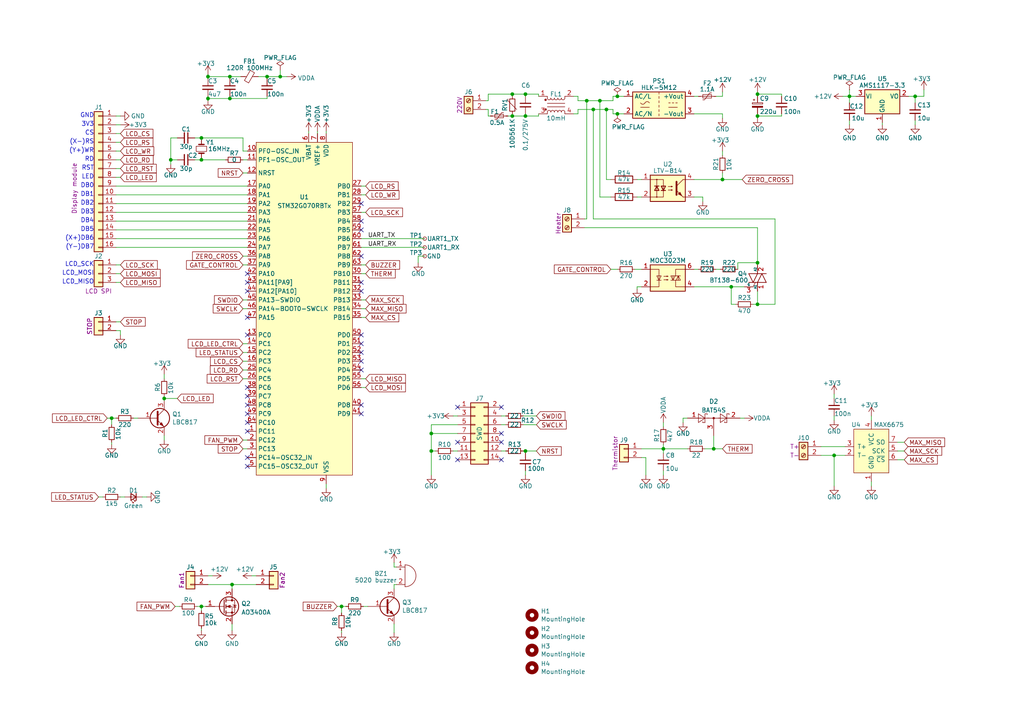
<source format=kicad_sch>
(kicad_sch (version 20211123) (generator eeschema)

  (uuid 70d5c94e-4b51-493e-80c5-98d2c2b0b85e)

  (paper "A4")

  

  (junction (at 179.07 33.02) (diameter 0) (color 0 0 0 0)
    (uuid 10d1282e-eda3-45e9-a948-3e5c9e05abd3)
  )
  (junction (at 125.095 130.81) (diameter 0) (color 0 0 0 0)
    (uuid 178eba62-bb03-4037-9b55-9f471fd5a5bf)
  )
  (junction (at 49.53 46.355) (diameter 0) (color 0 0 0 0)
    (uuid 18a5a8c7-664c-4a54-ba94-aa4f683fee93)
  )
  (junction (at 265.43 27.94) (diameter 0) (color 0 0 0 0)
    (uuid 2674fe2f-e560-40cc-bad9-2801cb6ee12d)
  )
  (junction (at 246.38 27.94) (diameter 0) (color 0 0 0 0)
    (uuid 2813f6f8-790e-4537-9314-18df1ad26b23)
  )
  (junction (at 192.405 130.175) (diameter 0) (color 0 0 0 0)
    (uuid 2a524186-8a30-4949-8c8b-de559e75c8fd)
  )
  (junction (at 219.71 27.305) (diameter 0) (color 0 0 0 0)
    (uuid 2a943c7c-1ab2-40d8-bb61-3e21e93c3d07)
  )
  (junction (at 81.28 22.225) (diameter 0) (color 0 0 0 0)
    (uuid 32f9f031-3a7d-436b-a697-64db254e9f48)
  )
  (junction (at 32.385 121.285) (diameter 0) (color 0 0 0 0)
    (uuid 3806f52e-f776-4ec5-a0b2-37172e8b24b3)
  )
  (junction (at 125.095 125.73) (diameter 0) (color 0 0 0 0)
    (uuid 4a66b485-3cc5-4737-bd32-71657bb2cb00)
  )
  (junction (at 241.935 132.08) (diameter 0) (color 0 0 0 0)
    (uuid 4b0034b3-1b35-4be3-9120-e386c0163984)
  )
  (junction (at 77.47 22.225) (diameter 0) (color 0 0 0 0)
    (uuid 5375496c-16d3-4105-a1bd-44d0c66b47f7)
  )
  (junction (at 148.59 27.305) (diameter 0) (color 0 0 0 0)
    (uuid 5d8b740b-10bb-4bd2-aef0-89f5e4f46082)
  )
  (junction (at 175.895 31.75) (diameter 0) (color 0 0 0 0)
    (uuid 66ba1dbe-d797-4e4a-a4a0-cf74c21e2e86)
  )
  (junction (at 219.71 88.265) (diameter 0) (color 0 0 0 0)
    (uuid 67217886-8bbe-450c-bb8f-4a9c1c7eb7fe)
  )
  (junction (at 207.01 130.175) (diameter 0) (color 0 0 0 0)
    (uuid 6fa7d3c8-48cf-4d15-9fd3-43ed9300ac40)
  )
  (junction (at 209.55 52.07) (diameter 0) (color 0 0 0 0)
    (uuid 7402d442-a518-4f43-b83e-0e510efb64dd)
  )
  (junction (at 58.42 46.355) (diameter 0) (color 0 0 0 0)
    (uuid 75629cf6-1307-4c7e-ad40-dcb91ba16500)
  )
  (junction (at 152.4 27.305) (diameter 0) (color 0 0 0 0)
    (uuid 7669ec0a-426d-431a-ab1e-41c7e1ba9adf)
  )
  (junction (at 219.71 33.655) (diameter 0) (color 0 0 0 0)
    (uuid 85ca8925-6218-41d4-93ba-da83f606f910)
  )
  (junction (at 60.325 22.225) (diameter 0) (color 0 0 0 0)
    (uuid 87a032de-a869-49e6-b7e9-ffa0f10e2125)
  )
  (junction (at 148.59 33.655) (diameter 0) (color 0 0 0 0)
    (uuid 88673e66-d0d6-4a78-95f3-366baed8a65e)
  )
  (junction (at 152.4 130.81) (diameter 0) (color 0 0 0 0)
    (uuid 92d302e0-db9a-4c4f-9f2c-34a8139517e5)
  )
  (junction (at 66.675 28.575) (diameter 0) (color 0 0 0 0)
    (uuid 955d7b53-c4b6-4346-ab04-2bac98fc9271)
  )
  (junction (at 212.09 83.185) (diameter 0) (color 0 0 0 0)
    (uuid 9820d6a2-96c1-4222-a96f-190be4642f26)
  )
  (junction (at 173.99 29.21) (diameter 0) (color 0 0 0 0)
    (uuid 98a1eea8-44a8-4a47-a427-e6cc41ebeafa)
  )
  (junction (at 99.06 175.895) (diameter 0) (color 0 0 0 0)
    (uuid a7262465-6d9e-473a-bae3-ccbd4c7c4efa)
  )
  (junction (at 152.4 33.655) (diameter 0) (color 0 0 0 0)
    (uuid ae865a34-f421-4602-8c0e-fa7d06aa340e)
  )
  (junction (at 66.675 22.225) (diameter 0) (color 0 0 0 0)
    (uuid b1074374-f8c2-4c2d-9e63-777bc2947e26)
  )
  (junction (at 58.42 175.895) (diameter 0) (color 0 0 0 0)
    (uuid c0f903a9-00d7-4fad-ae1f-a8d69388ada8)
  )
  (junction (at 179.07 27.94) (diameter 0) (color 0 0 0 0)
    (uuid c773af5b-01b9-41bd-9805-08e47da79272)
  )
  (junction (at 60.325 28.575) (diameter 0) (color 0 0 0 0)
    (uuid d3db1909-0dcc-44b7-b5eb-6b4eeb1acfa4)
  )
  (junction (at 58.42 40.005) (diameter 0) (color 0 0 0 0)
    (uuid e21e7e25-a7e8-4cb4-8e43-6e8f2e737d61)
  )
  (junction (at 47.625 115.57) (diameter 0) (color 0 0 0 0)
    (uuid e2b0dcc3-8ec2-4312-9923-d633e2ecacb5)
  )
  (junction (at 67.31 169.545) (diameter 0) (color 0 0 0 0)
    (uuid e9b73433-5613-4340-80df-b7e982d63d63)
  )
  (junction (at 170.18 29.21) (diameter 0) (color 0 0 0 0)
    (uuid ed1345f8-1504-476c-bd93-b4c4b495a553)
  )
  (junction (at 172.085 31.75) (diameter 0) (color 0 0 0 0)
    (uuid f692e449-0c47-47be-9ec5-c7f7c41077a4)
  )
  (junction (at 219.71 76.2) (diameter 0) (color 0 0 0 0)
    (uuid f896ae27-bcdf-4350-ad6f-7b06190d5c77)
  )

  (no_connect (at 71.755 114.935) (uuid 02a0e8ca-1285-40f1-830a-fd6772d26e9e))
  (no_connect (at 104.775 107.315) (uuid 120c25cd-b48f-4118-8a11-8d340ac5b9ec))
  (no_connect (at 71.755 125.095) (uuid 13c8acdf-a53f-4840-8513-f27fcda50062))
  (no_connect (at 71.755 84.455) (uuid 231fb950-1955-44dc-88c0-205679e6be90))
  (no_connect (at 132.715 128.27) (uuid 29ccae83-b57f-48a8-abd1-e3ee2ed14c2b))
  (no_connect (at 145.415 133.35) (uuid 398b3637-6d4b-4338-b931-145a208eb5ac))
  (no_connect (at 104.775 84.455) (uuid 3cbaa695-625d-43c5-9799-d8a064245347))
  (no_connect (at 71.755 135.255) (uuid 58ddb0a5-68f2-4c92-bd26-a913a9056cbc))
  (no_connect (at 104.775 81.915) (uuid 5c494ac1-1540-4c8e-8831-34bbb571c120))
  (no_connect (at 104.775 120.015) (uuid 622eb112-b737-4b9c-92c8-3ba3a6c8215b))
  (no_connect (at 104.775 102.235) (uuid 62dee897-2e05-4958-b89e-91d5a11634bb))
  (no_connect (at 145.415 128.27) (uuid 6b8ee2cc-cd08-4e8d-9045-6b62ac3ba79f))
  (no_connect (at 71.755 81.915) (uuid 729964a8-5452-4e86-9f32-e1f2d6aae048))
  (no_connect (at 71.755 97.155) (uuid 7c2f64c1-84c7-447a-bf07-5e2cfb5a8ead))
  (no_connect (at 71.755 120.015) (uuid 7f5c9fab-9fd4-44ad-abcf-7d891e2d2080))
  (no_connect (at 104.775 97.155) (uuid 803d3936-1234-48b3-b783-725ed3d1872b))
  (no_connect (at 145.415 118.11) (uuid 8744691b-6641-436e-9f46-a8d48ce27583))
  (no_connect (at 104.775 99.695) (uuid 89f2040c-1b88-4ada-b27f-7fe5ff355b3c))
  (no_connect (at 71.755 92.075) (uuid 93010cf3-63f8-4b68-9d6c-045dbc2f694e))
  (no_connect (at 71.755 132.715) (uuid bb6588e9-a9ff-473e-a628-11e627baf898))
  (no_connect (at 71.755 79.375) (uuid bb7c6493-2b1d-481a-8549-a2bf084febff))
  (no_connect (at 104.775 104.775) (uuid c0abdffa-7a3e-4939-9f6c-a2662f359cd8))
  (no_connect (at 132.715 133.35) (uuid c4265f23-a72b-4efe-9397-f668a170c441))
  (no_connect (at 104.775 117.475) (uuid c6df1aad-79b6-4b02-b9c4-8c9e977ce511))
  (no_connect (at 71.755 117.475) (uuid cffaf50c-0cf6-4e1e-9920-d70b70154d57))
  (no_connect (at 104.775 66.675) (uuid d63d23db-05cd-4b6f-99af-9abae33759ed))
  (no_connect (at 104.775 74.295) (uuid d63d23db-05cd-4b6f-99af-9abae33759ee))
  (no_connect (at 104.775 64.135) (uuid d63d23db-05cd-4b6f-99af-9abae33759ef))
  (no_connect (at 132.715 118.11) (uuid d66678ba-b776-40e5-b647-81b29a23c0cf))
  (no_connect (at 71.755 112.395) (uuid ecf2293c-0457-4b5d-91a1-8249fea43123))
  (no_connect (at 71.755 122.555) (uuid f0b9537d-50f2-4a4e-8743-f58c7a0b499e))
  (no_connect (at 145.415 125.73) (uuid f3f3afbf-cdc2-4821-bd58-e917acce0b45))
  (no_connect (at 104.775 59.055) (uuid f73c516f-b57a-4220-9960-8cb4dba9027c))

  (wire (pts (xy 219.71 88.265) (xy 219.71 84.455))
    (stroke (width 0) (type default) (color 0 0 0 0))
    (uuid 0021461e-29f3-423e-9587-5901802d71b2)
  )
  (wire (pts (xy 167.64 29.21) (xy 170.18 29.21))
    (stroke (width 0) (type default) (color 0 0 0 0))
    (uuid 007ce7f0-c2c3-4aaa-82bb-fdf3c8562e05)
  )
  (wire (pts (xy 58.42 175.895) (xy 59.69 175.895))
    (stroke (width 0) (type default) (color 0 0 0 0))
    (uuid 00ab1310-3a4b-4ee9-8d79-777dcf16f212)
  )
  (wire (pts (xy 71.755 86.995) (xy 70.485 86.995))
    (stroke (width 0) (type default) (color 0 0 0 0))
    (uuid 0144d383-eac1-4f04-b205-b70cb20a560d)
  )
  (wire (pts (xy 33.655 56.515) (xy 71.755 56.515))
    (stroke (width 0) (type default) (color 0 0 0 0))
    (uuid 01c58a7e-d6b5-40d0-bda4-8ccd186d7beb)
  )
  (wire (pts (xy 201.295 33.02) (xy 209.55 33.02))
    (stroke (width 0) (type default) (color 0 0 0 0))
    (uuid 022babd2-5db8-4723-9f7d-bcb28a887d46)
  )
  (wire (pts (xy 51.435 40.005) (xy 49.53 40.005))
    (stroke (width 0) (type default) (color 0 0 0 0))
    (uuid 03d6590e-4c39-45de-88db-ceaf49cd88fc)
  )
  (wire (pts (xy 169.545 63.5) (xy 170.18 63.5))
    (stroke (width 0) (type default) (color 0 0 0 0))
    (uuid 0573d05d-d8de-470a-a9c2-1610483fd700)
  )
  (wire (pts (xy 104.775 69.215) (xy 123.19 69.215))
    (stroke (width 0) (type default) (color 0 0 0 0))
    (uuid 066e8e26-4711-4f62-9f42-df6e54e78b18)
  )
  (wire (pts (xy 70.485 43.815) (xy 71.755 43.815))
    (stroke (width 0) (type default) (color 0 0 0 0))
    (uuid 073ed338-2da0-4d4d-b98b-17c345cd2540)
  )
  (wire (pts (xy 219.71 33.655) (xy 219.71 33.02))
    (stroke (width 0) (type default) (color 0 0 0 0))
    (uuid 0aac980a-4e18-4f80-9bc9-0aef6e9345e6)
  )
  (wire (pts (xy 60.325 22.225) (xy 60.325 22.86))
    (stroke (width 0) (type default) (color 0 0 0 0))
    (uuid 0ac91038-65c9-45fa-a371-6b1c8ee2fd8d)
  )
  (wire (pts (xy 177.8 31.75) (xy 177.8 33.02))
    (stroke (width 0) (type default) (color 0 0 0 0))
    (uuid 0b4f6b92-2b02-4121-925d-528fb47994ff)
  )
  (wire (pts (xy 121.285 74.295) (xy 121.285 76.2))
    (stroke (width 0) (type default) (color 0 0 0 0))
    (uuid 0da35be7-ed3b-4496-9bd7-6746ce122503)
  )
  (wire (pts (xy 192.405 130.175) (xy 199.39 130.175))
    (stroke (width 0) (type default) (color 0 0 0 0))
    (uuid 0dfa5151-f145-4af5-a82a-3762f0478d22)
  )
  (wire (pts (xy 67.31 180.975) (xy 67.31 182.88))
    (stroke (width 0) (type default) (color 0 0 0 0))
    (uuid 0e7d0507-1a25-47db-b391-eebe906ef052)
  )
  (wire (pts (xy 201.295 78.105) (xy 202.565 78.105))
    (stroke (width 0) (type default) (color 0 0 0 0))
    (uuid 0ed25811-49a6-4f41-a7b9-8fd7e354f294)
  )
  (wire (pts (xy 106.045 61.595) (xy 104.775 61.595))
    (stroke (width 0) (type default) (color 0 0 0 0))
    (uuid 12d6ccd4-0ece-4fd3-b388-f80fe4a9f526)
  )
  (wire (pts (xy 260.35 128.27) (xy 262.255 128.27))
    (stroke (width 0) (type default) (color 0 0 0 0))
    (uuid 146cb325-707a-497b-a051-8670d8e32009)
  )
  (wire (pts (xy 224.79 88.265) (xy 224.79 63.5))
    (stroke (width 0) (type default) (color 0 0 0 0))
    (uuid 14e94641-5b7e-45fa-aa63-d7f60ae2f28e)
  )
  (wire (pts (xy 219.71 76.2) (xy 219.71 76.835))
    (stroke (width 0) (type default) (color 0 0 0 0))
    (uuid 15ac11b4-6f83-4265-8708-9a1c8046cc27)
  )
  (wire (pts (xy 219.71 66.04) (xy 219.71 76.2))
    (stroke (width 0) (type default) (color 0 0 0 0))
    (uuid 17346005-ee7a-448a-98ca-695574ed6db0)
  )
  (wire (pts (xy 58.42 46.355) (xy 65.405 46.355))
    (stroke (width 0) (type default) (color 0 0 0 0))
    (uuid 17908aa3-3d4d-4772-9eac-9638d5436758)
  )
  (wire (pts (xy 172.085 31.75) (xy 175.895 31.75))
    (stroke (width 0) (type default) (color 0 0 0 0))
    (uuid 1a055c2b-8eb2-4e43-b2e2-865a7dba1b47)
  )
  (wire (pts (xy 267.97 27.94) (xy 265.43 27.94))
    (stroke (width 0) (type default) (color 0 0 0 0))
    (uuid 1a386317-bdf0-4bfe-ada3-a80fd004c070)
  )
  (wire (pts (xy 125.095 125.73) (xy 125.095 130.81))
    (stroke (width 0) (type default) (color 0 0 0 0))
    (uuid 1af33c80-2561-4b1e-b204-f83de0f09f67)
  )
  (wire (pts (xy 33.655 41.275) (xy 34.925 41.275))
    (stroke (width 0) (type default) (color 0 0 0 0))
    (uuid 1cd9e01c-20f6-4a19-a03b-9c286a691e93)
  )
  (wire (pts (xy 246.38 26.035) (xy 246.38 27.94))
    (stroke (width 0) (type default) (color 0 0 0 0))
    (uuid 1cf0ee07-09b4-4188-acb1-826fb352eda1)
  )
  (wire (pts (xy 241.935 120.65) (xy 241.935 121.92))
    (stroke (width 0) (type default) (color 0 0 0 0))
    (uuid 1d773b12-42af-472a-b205-8d8884bf8bf5)
  )
  (wire (pts (xy 241.935 114.3) (xy 241.935 115.57))
    (stroke (width 0) (type default) (color 0 0 0 0))
    (uuid 1dcb7028-30dc-4be3-9d1c-b06404d833e8)
  )
  (wire (pts (xy 186.055 83.185) (xy 184.785 83.185))
    (stroke (width 0) (type default) (color 0 0 0 0))
    (uuid 1e611147-23a0-46d4-bc28-c8e2431653bc)
  )
  (wire (pts (xy 145.415 120.65) (xy 146.685 120.65))
    (stroke (width 0) (type default) (color 0 0 0 0))
    (uuid 1f7ff77e-d427-4fb7-b5a8-84efa7a2c4ce)
  )
  (wire (pts (xy 33.655 81.915) (xy 34.925 81.915))
    (stroke (width 0) (type default) (color 0 0 0 0))
    (uuid 1fcf8551-87f7-4810-9cef-24f2e85198c9)
  )
  (wire (pts (xy 145.415 130.81) (xy 146.685 130.81))
    (stroke (width 0) (type default) (color 0 0 0 0))
    (uuid 2119aee8-1a12-4149-9899-d7d5887b62e7)
  )
  (wire (pts (xy 33.655 69.215) (xy 71.755 69.215))
    (stroke (width 0) (type default) (color 0 0 0 0))
    (uuid 229ea638-20c6-4b22-9c8e-9a21c25f3c04)
  )
  (wire (pts (xy 33.655 48.895) (xy 34.925 48.895))
    (stroke (width 0) (type default) (color 0 0 0 0))
    (uuid 231e9158-cad2-4d0a-9a44-7e94496c6105)
  )
  (wire (pts (xy 60.325 21.59) (xy 60.325 22.225))
    (stroke (width 0) (type default) (color 0 0 0 0))
    (uuid 2427064f-e22e-426c-86ce-bac1c0f4a05c)
  )
  (wire (pts (xy 77.47 28.575) (xy 66.675 28.575))
    (stroke (width 0) (type default) (color 0 0 0 0))
    (uuid 252ba6a7-e71e-4a0f-a62a-bb1dfd96477a)
  )
  (wire (pts (xy 219.71 33.655) (xy 226.695 33.655))
    (stroke (width 0) (type default) (color 0 0 0 0))
    (uuid 26be7da3-3add-4daf-b009-21aa81320c47)
  )
  (wire (pts (xy 73.025 167.005) (xy 74.295 167.005))
    (stroke (width 0) (type default) (color 0 0 0 0))
    (uuid 284a0d2b-52e7-47d2-a9f8-25e4857b1108)
  )
  (wire (pts (xy 114.3 163.195) (xy 114.3 164.465))
    (stroke (width 0) (type default) (color 0 0 0 0))
    (uuid 298d4d5f-e2a3-4d61-a537-807b78ffd3a6)
  )
  (wire (pts (xy 104.775 79.375) (xy 106.045 79.375))
    (stroke (width 0) (type default) (color 0 0 0 0))
    (uuid 2b2987f5-ce94-4e64-b0d0-4b4a038748d4)
  )
  (wire (pts (xy 184.785 57.15) (xy 186.055 57.15))
    (stroke (width 0) (type default) (color 0 0 0 0))
    (uuid 2b54976f-acfa-4453-91b9-5be6fb009020)
  )
  (wire (pts (xy 260.35 130.81) (xy 262.255 130.81))
    (stroke (width 0) (type default) (color 0 0 0 0))
    (uuid 2c7cf1f3-1c7a-4fdc-abae-1ff2b4a13bf0)
  )
  (wire (pts (xy 114.3 170.815) (xy 114.3 169.545))
    (stroke (width 0) (type default) (color 0 0 0 0))
    (uuid 2e2ff7e0-e2d0-466c-8128-1fd106af9edb)
  )
  (wire (pts (xy 33.655 46.355) (xy 34.925 46.355))
    (stroke (width 0) (type default) (color 0 0 0 0))
    (uuid 2f2a549e-bb0e-47a8-ab2e-14d62e38d710)
  )
  (wire (pts (xy 58.42 40.64) (xy 58.42 40.005))
    (stroke (width 0) (type default) (color 0 0 0 0))
    (uuid 2f7478d0-9cff-402b-8554-c7a0b329b89a)
  )
  (wire (pts (xy 198.12 122.555) (xy 198.12 121.285))
    (stroke (width 0) (type default) (color 0 0 0 0))
    (uuid 312e8498-08e2-4ed6-bff3-351c87d1d82d)
  )
  (wire (pts (xy 184.15 78.105) (xy 186.055 78.105))
    (stroke (width 0) (type default) (color 0 0 0 0))
    (uuid 328ea336-6d64-44fe-a15f-5d6c55b12ff5)
  )
  (wire (pts (xy 219.71 27.305) (xy 219.71 26.67))
    (stroke (width 0) (type default) (color 0 0 0 0))
    (uuid 32c83969-feb6-45ec-b6b8-e008c73cd0c6)
  )
  (wire (pts (xy 152.4 131.445) (xy 152.4 130.81))
    (stroke (width 0) (type default) (color 0 0 0 0))
    (uuid 340bd1ac-de65-4ae6-901d-42870f8619a6)
  )
  (wire (pts (xy 33.655 53.975) (xy 71.755 53.975))
    (stroke (width 0) (type default) (color 0 0 0 0))
    (uuid 3542be4e-b4ee-45a1-9d63-f53e37486c50)
  )
  (wire (pts (xy 125.095 130.81) (xy 126.365 130.81))
    (stroke (width 0) (type default) (color 0 0 0 0))
    (uuid 364c1969-f137-4838-90c1-928bd9479741)
  )
  (wire (pts (xy 56.515 46.355) (xy 58.42 46.355))
    (stroke (width 0) (type default) (color 0 0 0 0))
    (uuid 3752a0c4-1dcb-49d4-a2e5-80549881d80e)
  )
  (wire (pts (xy 187.325 132.715) (xy 186.055 132.715))
    (stroke (width 0) (type default) (color 0 0 0 0))
    (uuid 3bdc0e83-6cc4-46b1-b021-984a1e7cffe1)
  )
  (wire (pts (xy 81.28 22.225) (xy 77.47 22.225))
    (stroke (width 0) (type default) (color 0 0 0 0))
    (uuid 3cd7d5c3-9d51-4310-bc8d-6d3dd49a26cb)
  )
  (wire (pts (xy 114.3 164.465) (xy 114.935 164.465))
    (stroke (width 0) (type default) (color 0 0 0 0))
    (uuid 3e24501e-5c37-4797-b79d-2a21bbc58639)
  )
  (wire (pts (xy 70.485 127.635) (xy 71.755 127.635))
    (stroke (width 0) (type default) (color 0 0 0 0))
    (uuid 3e438bf2-5d45-4fe2-893d-8d01133768aa)
  )
  (wire (pts (xy 94.615 38.735) (xy 94.615 38.1))
    (stroke (width 0) (type default) (color 0 0 0 0))
    (uuid 41254fb2-5180-46c8-85b6-c57dbbb63d57)
  )
  (wire (pts (xy 213.36 88.265) (xy 212.09 88.265))
    (stroke (width 0) (type default) (color 0 0 0 0))
    (uuid 413ad3e7-dc04-4a32-acc3-cccdeed34133)
  )
  (wire (pts (xy 33.655 64.135) (xy 71.755 64.135))
    (stroke (width 0) (type default) (color 0 0 0 0))
    (uuid 44a25521-3a36-43dc-86e3-dee410723620)
  )
  (wire (pts (xy 132.715 120.65) (xy 131.445 120.65))
    (stroke (width 0) (type default) (color 0 0 0 0))
    (uuid 44fd9920-f365-4de2-a0ed-67ea47900838)
  )
  (wire (pts (xy 32.385 121.285) (xy 32.385 123.19))
    (stroke (width 0) (type default) (color 0 0 0 0))
    (uuid 459c61eb-9f32-4788-97e9-e10295993852)
  )
  (wire (pts (xy 50.8 175.895) (xy 52.07 175.895))
    (stroke (width 0) (type default) (color 0 0 0 0))
    (uuid 485db09e-08b8-4ebf-8505-c093f7bcc081)
  )
  (wire (pts (xy 267.97 26.035) (xy 267.97 27.94))
    (stroke (width 0) (type default) (color 0 0 0 0))
    (uuid 4c33aebc-da00-4a30-aa22-90bebf81a76f)
  )
  (wire (pts (xy 184.785 52.07) (xy 186.055 52.07))
    (stroke (width 0) (type default) (color 0 0 0 0))
    (uuid 4c437070-8a96-4794-8415-41de164051c8)
  )
  (wire (pts (xy 260.35 133.35) (xy 262.255 133.35))
    (stroke (width 0) (type default) (color 0 0 0 0))
    (uuid 4ce33d32-0190-468e-9609-9d0da1c506d1)
  )
  (wire (pts (xy 241.935 140.97) (xy 241.935 132.08))
    (stroke (width 0) (type default) (color 0 0 0 0))
    (uuid 4e5691f8-785f-45e7-b4f7-8fef0e7a06be)
  )
  (wire (pts (xy 106.68 175.895) (xy 105.41 175.895))
    (stroke (width 0) (type default) (color 0 0 0 0))
    (uuid 4f55e4bd-bb3b-4ee3-9afc-f86399ee41f4)
  )
  (wire (pts (xy 33.655 43.815) (xy 34.925 43.815))
    (stroke (width 0) (type default) (color 0 0 0 0))
    (uuid 5010040e-1fa2-478d-ad5c-c5a5ed31e76a)
  )
  (wire (pts (xy 34.925 95.885) (xy 33.655 95.885))
    (stroke (width 0) (type default) (color 0 0 0 0))
    (uuid 50956549-6d1d-497b-9d30-82d9190ecd95)
  )
  (wire (pts (xy 265.43 36.195) (xy 265.43 34.925))
    (stroke (width 0) (type default) (color 0 0 0 0))
    (uuid 5160db40-f61a-48bf-88b4-bb5ac60e8c5c)
  )
  (wire (pts (xy 99.06 175.895) (xy 99.06 177.8))
    (stroke (width 0) (type default) (color 0 0 0 0))
    (uuid 51748198-6651-4d5f-91c6-5c932877469e)
  )
  (wire (pts (xy 244.475 27.94) (xy 246.38 27.94))
    (stroke (width 0) (type default) (color 0 0 0 0))
    (uuid 51fa0dae-5c5d-43be-a032-d5e704105e36)
  )
  (wire (pts (xy 99.06 175.895) (xy 97.79 175.895))
    (stroke (width 0) (type default) (color 0 0 0 0))
    (uuid 52cc17ab-1c7d-46ef-bd12-7cdc557dea44)
  )
  (wire (pts (xy 179.07 33.02) (xy 180.975 33.02))
    (stroke (width 0) (type default) (color 0 0 0 0))
    (uuid 53db0dc0-dfcf-4bc3-86dc-ffaf3adceda5)
  )
  (wire (pts (xy 70.485 50.165) (xy 71.755 50.165))
    (stroke (width 0) (type default) (color 0 0 0 0))
    (uuid 54c86742-77c6-4e83-b5ac-c3d2c7e1ffbf)
  )
  (wire (pts (xy 33.655 59.055) (xy 71.755 59.055))
    (stroke (width 0) (type default) (color 0 0 0 0))
    (uuid 553624ab-59cc-4b73-ba66-e480e762af82)
  )
  (wire (pts (xy 209.55 33.02) (xy 209.55 34.29))
    (stroke (width 0) (type default) (color 0 0 0 0))
    (uuid 5562c925-f045-40b8-92d6-6b7d2804d02e)
  )
  (wire (pts (xy 33.655 38.735) (xy 34.925 38.735))
    (stroke (width 0) (type default) (color 0 0 0 0))
    (uuid 5979264b-6afe-4e22-96c5-3f71a986ef24)
  )
  (wire (pts (xy 99.06 182.88) (xy 99.06 183.515))
    (stroke (width 0) (type default) (color 0 0 0 0))
    (uuid 5a6e0996-726c-4734-b732-4de754e0fd61)
  )
  (wire (pts (xy 219.71 88.265) (xy 224.79 88.265))
    (stroke (width 0) (type default) (color 0 0 0 0))
    (uuid 5a9fc432-e44b-4e3c-9c3d-22a69730a0bd)
  )
  (wire (pts (xy 47.625 114.935) (xy 47.625 115.57))
    (stroke (width 0) (type default) (color 0 0 0 0))
    (uuid 5d7c9844-6843-4bf4-8e02-546ebb64d2b1)
  )
  (wire (pts (xy 66.675 27.94) (xy 66.675 28.575))
    (stroke (width 0) (type default) (color 0 0 0 0))
    (uuid 5dca9511-d8cd-4147-bd9f-31dd1bd1dd6d)
  )
  (wire (pts (xy 212.09 83.185) (xy 215.9 83.185))
    (stroke (width 0) (type default) (color 0 0 0 0))
    (uuid 5ee0bac8-a1bf-47f5-851e-f3aa88aed95e)
  )
  (wire (pts (xy 145.415 123.19) (xy 146.685 123.19))
    (stroke (width 0) (type default) (color 0 0 0 0))
    (uuid 5f0421c7-6eee-4199-9d9a-3d8bc1ed0d8d)
  )
  (wire (pts (xy 34.925 93.345) (xy 33.655 93.345))
    (stroke (width 0) (type default) (color 0 0 0 0))
    (uuid 5f532fb3-61a0-4311-84e3-980da4cac791)
  )
  (wire (pts (xy 131.445 130.81) (xy 132.715 130.81))
    (stroke (width 0) (type default) (color 0 0 0 0))
    (uuid 5f54bcb8-0a80-47c7-a329-d6dcc9d5f1fd)
  )
  (wire (pts (xy 104.775 56.515) (xy 106.045 56.515))
    (stroke (width 0) (type default) (color 0 0 0 0))
    (uuid 5ffe049d-d6ca-4d4b-9828-4de9d6b65180)
  )
  (wire (pts (xy 187.325 137.795) (xy 187.325 132.715))
    (stroke (width 0) (type default) (color 0 0 0 0))
    (uuid 604bd3df-937d-4be0-9c3f-52ae19fce0ab)
  )
  (wire (pts (xy 213.995 78.105) (xy 213.995 76.2))
    (stroke (width 0) (type default) (color 0 0 0 0))
    (uuid 609e9a3c-4516-495e-9fd2-c9a2d058a806)
  )
  (wire (pts (xy 49.53 46.355) (xy 49.53 47.625))
    (stroke (width 0) (type default) (color 0 0 0 0))
    (uuid 63a9b380-5a3c-44f9-8357-42fca1d949d7)
  )
  (wire (pts (xy 148.59 27.305) (xy 148.59 27.94))
    (stroke (width 0) (type default) (color 0 0 0 0))
    (uuid 6427b149-8335-42f9-beab-08f2b86f5d01)
  )
  (wire (pts (xy 167.64 31.75) (xy 172.085 31.75))
    (stroke (width 0) (type default) (color 0 0 0 0))
    (uuid 651f9eb4-002d-4a2c-aa75-227371ea604a)
  )
  (wire (pts (xy 34.925 144.145) (xy 36.195 144.145))
    (stroke (width 0) (type default) (color 0 0 0 0))
    (uuid 661a5444-c2d9-4db8-959d-373e0df196f7)
  )
  (wire (pts (xy 125.095 130.81) (xy 125.095 137.795))
    (stroke (width 0) (type default) (color 0 0 0 0))
    (uuid 66c44345-8bca-45e9-b3f5-ca66e11b59b3)
  )
  (wire (pts (xy 209.55 43.815) (xy 209.55 45.085))
    (stroke (width 0) (type default) (color 0 0 0 0))
    (uuid 69ae94e7-48ef-4f42-8265-cacf71aebd13)
  )
  (wire (pts (xy 152.4 27.305) (xy 152.4 27.94))
    (stroke (width 0) (type default) (color 0 0 0 0))
    (uuid 6a1441f2-4627-4d36-b4cf-a5aeac796080)
  )
  (wire (pts (xy 186.055 130.175) (xy 192.405 130.175))
    (stroke (width 0) (type default) (color 0 0 0 0))
    (uuid 6a50f686-04a8-43bf-8595-9ee16fa9220b)
  )
  (wire (pts (xy 125.095 123.19) (xy 125.095 125.73))
    (stroke (width 0) (type default) (color 0 0 0 0))
    (uuid 6b1ccedd-d6e8-4ff3-b0a9-a40316cd89d5)
  )
  (wire (pts (xy 47.625 115.57) (xy 51.435 115.57))
    (stroke (width 0) (type default) (color 0 0 0 0))
    (uuid 6c52db09-1cb8-4628-b97d-cd400f82756a)
  )
  (wire (pts (xy 219.71 27.305) (xy 226.695 27.305))
    (stroke (width 0) (type default) (color 0 0 0 0))
    (uuid 6ca4801d-06e0-479b-9dd7-7f378b83911c)
  )
  (wire (pts (xy 177.165 78.105) (xy 179.07 78.105))
    (stroke (width 0) (type default) (color 0 0 0 0))
    (uuid 6cec7a00-1c0a-4b85-ba0d-b68674bbf602)
  )
  (wire (pts (xy 104.775 86.995) (xy 106.045 86.995))
    (stroke (width 0) (type default) (color 0 0 0 0))
    (uuid 6e247e44-f717-4a85-8038-5e0ee1c1b729)
  )
  (wire (pts (xy 60.325 27.94) (xy 60.325 28.575))
    (stroke (width 0) (type default) (color 0 0 0 0))
    (uuid 6eabda4d-213f-4d12-bb0f-841999959543)
  )
  (wire (pts (xy 177.165 52.07) (xy 175.895 52.07))
    (stroke (width 0) (type default) (color 0 0 0 0))
    (uuid 6ebd19aa-16b0-4a2f-b643-07e07cf69388)
  )
  (wire (pts (xy 74.295 169.545) (xy 67.31 169.545))
    (stroke (width 0) (type default) (color 0 0 0 0))
    (uuid 7012ddf8-ad0b-4f65-8ed8-2bb9cfc77198)
  )
  (wire (pts (xy 34.925 97.155) (xy 34.925 95.885))
    (stroke (width 0) (type default) (color 0 0 0 0))
    (uuid 716a1d72-a69c-4b20-af6a-6f6a6d12d249)
  )
  (wire (pts (xy 66.675 28.575) (xy 60.325 28.575))
    (stroke (width 0) (type default) (color 0 0 0 0))
    (uuid 72b4f67e-72f2-4c23-86d4-e502e953015e)
  )
  (wire (pts (xy 252.73 121.92) (xy 252.73 120.65))
    (stroke (width 0) (type default) (color 0 0 0 0))
    (uuid 7360f44e-c228-43ab-b4c0-fe6c5d0838f3)
  )
  (wire (pts (xy 167.64 29.21) (xy 167.64 27.94))
    (stroke (width 0) (type default) (color 0 0 0 0))
    (uuid 74362be6-c139-4054-8806-c3e14c558bd1)
  )
  (wire (pts (xy 60.325 28.575) (xy 60.325 29.21))
    (stroke (width 0) (type default) (color 0 0 0 0))
    (uuid 75d5fb48-948d-4648-887f-a9c863b86061)
  )
  (wire (pts (xy 141.605 29.21) (xy 141.605 27.305))
    (stroke (width 0) (type default) (color 0 0 0 0))
    (uuid 791bdc83-6e52-492f-879a-979353ad853f)
  )
  (wire (pts (xy 177.8 29.21) (xy 177.8 27.94))
    (stroke (width 0) (type default) (color 0 0 0 0))
    (uuid 795b2203-8956-48d7-9017-c5a4422098f1)
  )
  (wire (pts (xy 207.645 27.94) (xy 209.55 27.94))
    (stroke (width 0) (type default) (color 0 0 0 0))
    (uuid 79a209df-6e02-4e05-917f-9293986be211)
  )
  (wire (pts (xy 175.895 52.07) (xy 175.895 31.75))
    (stroke (width 0) (type default) (color 0 0 0 0))
    (uuid 7a83ac6a-0e04-4867-b6b9-8c951c04c790)
  )
  (wire (pts (xy 170.18 29.21) (xy 173.99 29.21))
    (stroke (width 0) (type default) (color 0 0 0 0))
    (uuid 7b9fccac-2787-4a54-9d97-ab97d9d155fc)
  )
  (wire (pts (xy 246.38 27.94) (xy 248.285 27.94))
    (stroke (width 0) (type default) (color 0 0 0 0))
    (uuid 7d129dde-9d30-47aa-8c96-5f5e72207dca)
  )
  (wire (pts (xy 209.55 27.94) (xy 209.55 26.67))
    (stroke (width 0) (type default) (color 0 0 0 0))
    (uuid 7d282ae5-1107-4ab8-b31c-9a5b067057b1)
  )
  (wire (pts (xy 148.59 33.02) (xy 148.59 33.655))
    (stroke (width 0) (type default) (color 0 0 0 0))
    (uuid 7e8fe8c9-816b-448d-aaca-07e727be6194)
  )
  (wire (pts (xy 67.31 169.545) (xy 67.31 170.815))
    (stroke (width 0) (type default) (color 0 0 0 0))
    (uuid 7f38848b-7fcc-4fc9-b355-8ae03f5e757d)
  )
  (wire (pts (xy 213.995 76.2) (xy 219.71 76.2))
    (stroke (width 0) (type default) (color 0 0 0 0))
    (uuid 7f555394-fab9-4ec3-827c-6b0193f49577)
  )
  (wire (pts (xy 70.485 74.295) (xy 71.755 74.295))
    (stroke (width 0) (type default) (color 0 0 0 0))
    (uuid 80af133c-7ab7-481d-a2c4-c345acbfb701)
  )
  (wire (pts (xy 40.005 121.285) (xy 38.735 121.285))
    (stroke (width 0) (type default) (color 0 0 0 0))
    (uuid 8198cc5e-8f72-441b-a2e1-92ca5661103e)
  )
  (wire (pts (xy 212.09 88.265) (xy 212.09 83.185))
    (stroke (width 0) (type default) (color 0 0 0 0))
    (uuid 82ff02ef-bf7f-44c2-b2f3-c3661287c2f8)
  )
  (wire (pts (xy 47.625 108.585) (xy 47.625 109.855))
    (stroke (width 0) (type default) (color 0 0 0 0))
    (uuid 8393e6a9-e1fc-4aea-ba01-3e83eb081d0d)
  )
  (wire (pts (xy 33.655 61.595) (xy 71.755 61.595))
    (stroke (width 0) (type default) (color 0 0 0 0))
    (uuid 8609d100-e28f-4018-a4b8-74fd2501266e)
  )
  (wire (pts (xy 255.905 35.56) (xy 255.905 36.195))
    (stroke (width 0) (type default) (color 0 0 0 0))
    (uuid 867fd820-861f-410c-bbe1-5263bbc3abb7)
  )
  (wire (pts (xy 70.485 107.315) (xy 71.755 107.315))
    (stroke (width 0) (type default) (color 0 0 0 0))
    (uuid 87d28045-2257-47b9-a776-bf8e55ef8fd9)
  )
  (wire (pts (xy 33.655 121.285) (xy 32.385 121.285))
    (stroke (width 0) (type default) (color 0 0 0 0))
    (uuid 87efc790-8644-489c-9b71-13ce7d7005eb)
  )
  (wire (pts (xy 226.695 33.655) (xy 226.695 33.02))
    (stroke (width 0) (type default) (color 0 0 0 0))
    (uuid 888479f6-cea3-4ff3-be20-e81a6b25142c)
  )
  (wire (pts (xy 169.545 66.04) (xy 219.71 66.04))
    (stroke (width 0) (type default) (color 0 0 0 0))
    (uuid 8903591f-4a92-454b-a922-4c68da60fd28)
  )
  (wire (pts (xy 167.64 31.75) (xy 167.64 33.02))
    (stroke (width 0) (type default) (color 0 0 0 0))
    (uuid 8bed222f-37ff-4df9-851f-bb33fbd28ded)
  )
  (wire (pts (xy 66.675 22.225) (xy 60.325 22.225))
    (stroke (width 0) (type default) (color 0 0 0 0))
    (uuid 8c3d788d-64a1-4554-9485-f491a5d6e471)
  )
  (wire (pts (xy 148.59 27.305) (xy 152.4 27.305))
    (stroke (width 0) (type default) (color 0 0 0 0))
    (uuid 8ca3a81c-7144-4a4e-afd1-0271fae8b173)
  )
  (wire (pts (xy 167.64 33.02) (xy 166.37 33.02))
    (stroke (width 0) (type default) (color 0 0 0 0))
    (uuid 8cc5b1ad-9be6-4bd1-957b-d3025b273707)
  )
  (wire (pts (xy 226.695 27.305) (xy 226.695 27.94))
    (stroke (width 0) (type default) (color 0 0 0 0))
    (uuid 8da772be-ea34-489f-850b-6ab6bf20816c)
  )
  (wire (pts (xy 89.535 38.735) (xy 89.535 38.1))
    (stroke (width 0) (type default) (color 0 0 0 0))
    (uuid 8ff75145-f9e9-4eaf-83c7-20940f3590d8)
  )
  (wire (pts (xy 207.645 78.105) (xy 208.915 78.105))
    (stroke (width 0) (type default) (color 0 0 0 0))
    (uuid 91f496bc-847e-4fd5-9d13-c0e00e3204b8)
  )
  (wire (pts (xy 192.405 122.555) (xy 192.405 123.825))
    (stroke (width 0) (type default) (color 0 0 0 0))
    (uuid 928d07b3-a32b-49fc-8c12-1246b18ade13)
  )
  (wire (pts (xy 70.485 40.005) (xy 70.485 43.815))
    (stroke (width 0) (type default) (color 0 0 0 0))
    (uuid 9475b2ff-b90b-4ded-ad75-554f02186aef)
  )
  (wire (pts (xy 209.55 52.07) (xy 209.55 50.165))
    (stroke (width 0) (type default) (color 0 0 0 0))
    (uuid 9568bf06-a903-4bde-93ce-f23adc0565fa)
  )
  (wire (pts (xy 152.4 33.02) (xy 152.4 33.655))
    (stroke (width 0) (type default) (color 0 0 0 0))
    (uuid 96857661-1aa9-4cde-a3f9-64424767014e)
  )
  (wire (pts (xy 265.43 29.845) (xy 265.43 27.94))
    (stroke (width 0) (type default) (color 0 0 0 0))
    (uuid 996bc412-7bdb-4d0a-b241-0119b1119769)
  )
  (wire (pts (xy 33.655 76.835) (xy 34.925 76.835))
    (stroke (width 0) (type default) (color 0 0 0 0))
    (uuid 9ba15ac0-88ab-4167-9a0b-4a6472b6e1b1)
  )
  (wire (pts (xy 173.99 57.15) (xy 173.99 29.21))
    (stroke (width 0) (type default) (color 0 0 0 0))
    (uuid 9c7b93f5-493b-4a99-9f1c-c3df16350fa0)
  )
  (wire (pts (xy 92.075 38.1) (xy 92.075 38.735))
    (stroke (width 0) (type default) (color 0 0 0 0))
    (uuid 9ca885ad-7ec7-414d-bbc3-f94767fbb0d4)
  )
  (wire (pts (xy 198.12 121.285) (xy 199.39 121.285))
    (stroke (width 0) (type default) (color 0 0 0 0))
    (uuid 9f340e3a-770b-4395-b870-4c77f4b56570)
  )
  (wire (pts (xy 172.085 31.75) (xy 172.085 63.5))
    (stroke (width 0) (type default) (color 0 0 0 0))
    (uuid 9f5729be-38ef-4b7b-ab33-c87c8571af48)
  )
  (wire (pts (xy 70.485 130.175) (xy 71.755 130.175))
    (stroke (width 0) (type default) (color 0 0 0 0))
    (uuid a14cda0f-4041-4a46-8926-53187d1bb7cc)
  )
  (wire (pts (xy 207.01 130.175) (xy 209.55 130.175))
    (stroke (width 0) (type default) (color 0 0 0 0))
    (uuid a17ad839-b14e-414c-8cbf-dee43df3c8af)
  )
  (wire (pts (xy 147.32 33.655) (xy 148.59 33.655))
    (stroke (width 0) (type default) (color 0 0 0 0))
    (uuid a1bb54d7-2095-4eb9-ad09-8b4e621b3a38)
  )
  (wire (pts (xy 81.28 20.32) (xy 81.28 22.225))
    (stroke (width 0) (type default) (color 0 0 0 0))
    (uuid a28ded2d-cffa-40db-8d92-f0009c3abe65)
  )
  (wire (pts (xy 104.775 92.075) (xy 106.045 92.075))
    (stroke (width 0) (type default) (color 0 0 0 0))
    (uuid a31eb095-0911-4bde-b6af-7b92490b561d)
  )
  (wire (pts (xy 70.485 46.355) (xy 71.755 46.355))
    (stroke (width 0) (type default) (color 0 0 0 0))
    (uuid a340f295-1ba1-4dd5-b6e0-2321a229d791)
  )
  (wire (pts (xy 141.605 31.75) (xy 140.97 31.75))
    (stroke (width 0) (type default) (color 0 0 0 0))
    (uuid a3bb41c9-29cb-46dd-9a48-572e29a886b3)
  )
  (wire (pts (xy 152.4 27.305) (xy 156.21 27.305))
    (stroke (width 0) (type default) (color 0 0 0 0))
    (uuid a3de59b7-6ef2-4aeb-bb0b-875b7c21e17a)
  )
  (wire (pts (xy 71.755 89.535) (xy 70.485 89.535))
    (stroke (width 0) (type default) (color 0 0 0 0))
    (uuid a5a27001-3f1e-4e4c-8493-6fe9df76f3a4)
  )
  (wire (pts (xy 33.655 79.375) (xy 34.925 79.375))
    (stroke (width 0) (type default) (color 0 0 0 0))
    (uuid a683097e-e3f2-479f-a32d-3c250f53ff70)
  )
  (wire (pts (xy 104.775 112.395) (xy 106.045 112.395))
    (stroke (width 0) (type default) (color 0 0 0 0))
    (uuid a719748e-c167-4cbd-a303-b623175f4864)
  )
  (wire (pts (xy 70.485 104.775) (xy 71.755 104.775))
    (stroke (width 0) (type default) (color 0 0 0 0))
    (uuid a7aed86a-c825-4d23-aa12-f32854e26c3c)
  )
  (wire (pts (xy 125.095 123.19) (xy 132.715 123.19))
    (stroke (width 0) (type default) (color 0 0 0 0))
    (uuid a92b851f-63bd-4242-be3a-98e755389568)
  )
  (wire (pts (xy 66.675 22.86) (xy 66.675 22.225))
    (stroke (width 0) (type default) (color 0 0 0 0))
    (uuid aa11847f-1e0b-46f7-a7a5-aa455cea621e)
  )
  (wire (pts (xy 207.01 126.365) (xy 207.01 130.175))
    (stroke (width 0) (type default) (color 0 0 0 0))
    (uuid ab985389-ec3f-4516-b3ed-42b8d0b47efb)
  )
  (wire (pts (xy 175.895 31.75) (xy 177.8 31.75))
    (stroke (width 0) (type default) (color 0 0 0 0))
    (uuid abbf3a46-d656-41a9-a9e1-f6a5a9f489c8)
  )
  (wire (pts (xy 177.8 33.02) (xy 179.07 33.02))
    (stroke (width 0) (type default) (color 0 0 0 0))
    (uuid accd65a4-c9d5-4e7c-927a-706654b6c6bd)
  )
  (wire (pts (xy 252.73 139.7) (xy 252.73 140.97))
    (stroke (width 0) (type default) (color 0 0 0 0))
    (uuid add0307d-9d42-4f82-98db-24dd77eeb5d4)
  )
  (wire (pts (xy 56.515 40.005) (xy 58.42 40.005))
    (stroke (width 0) (type default) (color 0 0 0 0))
    (uuid aeede0c4-5182-46e8-b697-6d83beeb0b45)
  )
  (wire (pts (xy 201.295 57.15) (xy 203.835 57.15))
    (stroke (width 0) (type default) (color 0 0 0 0))
    (uuid af3cdb9c-5cab-46a2-a035-f0471b099f66)
  )
  (wire (pts (xy 152.4 130.81) (xy 155.575 130.81))
    (stroke (width 0) (type default) (color 0 0 0 0))
    (uuid afbfcc59-64e6-4ce4-96db-1206b9f27996)
  )
  (wire (pts (xy 33.655 33.655) (xy 34.925 33.655))
    (stroke (width 0) (type default) (color 0 0 0 0))
    (uuid b206199b-dab8-426b-bf6d-bdfe35b55a1a)
  )
  (wire (pts (xy 70.485 76.835) (xy 71.755 76.835))
    (stroke (width 0) (type default) (color 0 0 0 0))
    (uuid b2cc47b9-8e56-420a-ae5e-b1d02b6d13f0)
  )
  (wire (pts (xy 57.15 175.895) (xy 58.42 175.895))
    (stroke (width 0) (type default) (color 0 0 0 0))
    (uuid b315f37b-c307-4513-aa4c-2f255ac28de7)
  )
  (wire (pts (xy 151.765 130.81) (xy 152.4 130.81))
    (stroke (width 0) (type default) (color 0 0 0 0))
    (uuid b4af75e8-cf0f-4b8c-8abe-03d2efb91d5e)
  )
  (wire (pts (xy 94.615 140.335) (xy 94.615 141.605))
    (stroke (width 0) (type default) (color 0 0 0 0))
    (uuid b5f0a46d-75e2-4f14-81a7-b7cbd1c5e2f5)
  )
  (wire (pts (xy 104.775 53.975) (xy 106.045 53.975))
    (stroke (width 0) (type default) (color 0 0 0 0))
    (uuid b673cf4a-45e6-4c25-98f6-d536a6343c3d)
  )
  (wire (pts (xy 104.775 71.755) (xy 123.19 71.755))
    (stroke (width 0) (type default) (color 0 0 0 0))
    (uuid b6d3d926-2de2-49c6-bb5f-df2e24a60ab9)
  )
  (wire (pts (xy 263.525 27.94) (xy 265.43 27.94))
    (stroke (width 0) (type default) (color 0 0 0 0))
    (uuid b9a0a8ec-0b39-45e0-92fc-e7b926f6ef9e)
  )
  (wire (pts (xy 66.675 22.225) (xy 69.85 22.225))
    (stroke (width 0) (type default) (color 0 0 0 0))
    (uuid bbef43ac-5034-4b93-bea0-c9813b8ffceb)
  )
  (wire (pts (xy 77.47 27.94) (xy 77.47 28.575))
    (stroke (width 0) (type default) (color 0 0 0 0))
    (uuid bc1d6d84-92dd-4ff5-abdc-645547680b6b)
  )
  (wire (pts (xy 141.605 27.305) (xy 148.59 27.305))
    (stroke (width 0) (type default) (color 0 0 0 0))
    (uuid bd41eb3b-a3d0-4ad5-a6e9-5b7f9ed91f60)
  )
  (wire (pts (xy 77.47 22.225) (xy 77.47 22.86))
    (stroke (width 0) (type default) (color 0 0 0 0))
    (uuid bd443e92-a0c4-4beb-995d-eea7dab36ccb)
  )
  (wire (pts (xy 61.595 167.005) (xy 60.325 167.005))
    (stroke (width 0) (type default) (color 0 0 0 0))
    (uuid be491325-d0e5-4d2c-ab13-4a9f07b1ad3e)
  )
  (wire (pts (xy 32.385 121.285) (xy 31.115 121.285))
    (stroke (width 0) (type default) (color 0 0 0 0))
    (uuid c43e57df-8a73-4b3d-9328-aa37a1a5f188)
  )
  (wire (pts (xy 32.385 128.27) (xy 32.385 128.905))
    (stroke (width 0) (type default) (color 0 0 0 0))
    (uuid c49762f6-0615-4458-8d32-51825a6923b5)
  )
  (wire (pts (xy 33.655 66.675) (xy 71.755 66.675))
    (stroke (width 0) (type default) (color 0 0 0 0))
    (uuid c565f161-a55c-4ef8-be1e-8b0cbeddbba3)
  )
  (wire (pts (xy 70.485 102.235) (xy 71.755 102.235))
    (stroke (width 0) (type default) (color 0 0 0 0))
    (uuid c6082d64-a536-4d79-a529-3c36e036f75f)
  )
  (wire (pts (xy 167.64 27.94) (xy 166.37 27.94))
    (stroke (width 0) (type default) (color 0 0 0 0))
    (uuid c70b7a7b-16dd-4a81-9444-9c85539103d0)
  )
  (wire (pts (xy 47.625 127.635) (xy 47.625 126.365))
    (stroke (width 0) (type default) (color 0 0 0 0))
    (uuid c73852df-9746-4d58-bade-2255f1eb3892)
  )
  (wire (pts (xy 218.44 88.265) (xy 219.71 88.265))
    (stroke (width 0) (type default) (color 0 0 0 0))
    (uuid c8204c91-7baa-4392-b2f5-f200baacbfdd)
  )
  (wire (pts (xy 47.625 115.57) (xy 47.625 116.205))
    (stroke (width 0) (type default) (color 0 0 0 0))
    (uuid c834d58b-f6b5-4eef-92bd-a21d94d36585)
  )
  (wire (pts (xy 177.165 57.15) (xy 173.99 57.15))
    (stroke (width 0) (type default) (color 0 0 0 0))
    (uuid cd08c678-31c9-4a93-8c72-30ca44319d56)
  )
  (wire (pts (xy 70.485 109.855) (xy 71.755 109.855))
    (stroke (width 0) (type default) (color 0 0 0 0))
    (uuid cdcf269d-1ce7-4845-8415-1d5f0eb0b91d)
  )
  (wire (pts (xy 114.3 169.545) (xy 114.935 169.545))
    (stroke (width 0) (type default) (color 0 0 0 0))
    (uuid cdf46226-6df4-4381-a52c-6c123c7ec4ae)
  )
  (wire (pts (xy 58.42 40.005) (xy 70.485 40.005))
    (stroke (width 0) (type default) (color 0 0 0 0))
    (uuid cf2f59f2-3790-45c7-baa1-0ca20f24a6cc)
  )
  (wire (pts (xy 204.47 130.175) (xy 207.01 130.175))
    (stroke (width 0) (type default) (color 0 0 0 0))
    (uuid d11f45a3-963b-4a2f-813c-5201bb83e7f7)
  )
  (wire (pts (xy 179.07 27.94) (xy 180.975 27.94))
    (stroke (width 0) (type default) (color 0 0 0 0))
    (uuid d1b1dd5c-f763-47de-b408-091f8a7bb72a)
  )
  (wire (pts (xy 238.125 129.54) (xy 245.11 129.54))
    (stroke (width 0) (type default) (color 0 0 0 0))
    (uuid d1ef325f-4607-44ad-9112-4666f7efbb3f)
  )
  (wire (pts (xy 33.655 71.755) (xy 71.755 71.755))
    (stroke (width 0) (type default) (color 0 0 0 0))
    (uuid d1f77a7d-cbc3-4ec8-a3ad-7ec1573afea2)
  )
  (wire (pts (xy 215.265 52.07) (xy 209.55 52.07))
    (stroke (width 0) (type default) (color 0 0 0 0))
    (uuid d2ecc220-83d4-4003-a4fe-0c42614df223)
  )
  (wire (pts (xy 238.125 132.08) (xy 241.935 132.08))
    (stroke (width 0) (type default) (color 0 0 0 0))
    (uuid d364042b-9f68-4a67-bfc1-6a37961f00fd)
  )
  (wire (pts (xy 201.295 52.07) (xy 209.55 52.07))
    (stroke (width 0) (type default) (color 0 0 0 0))
    (uuid d4331011-cfaa-4b65-8002-409265e4e35b)
  )
  (wire (pts (xy 201.295 83.185) (xy 212.09 83.185))
    (stroke (width 0) (type default) (color 0 0 0 0))
    (uuid d4582c80-f898-41ef-9084-995a4a804653)
  )
  (wire (pts (xy 114.3 183.515) (xy 114.3 180.975))
    (stroke (width 0) (type default) (color 0 0 0 0))
    (uuid d47d33e7-94b0-4f4d-b4ea-06b64a2fd39d)
  )
  (wire (pts (xy 151.765 120.65) (xy 155.575 120.65))
    (stroke (width 0) (type default) (color 0 0 0 0))
    (uuid d4feb0a7-9faf-4e64-9a55-0362b093ebb8)
  )
  (wire (pts (xy 140.97 29.21) (xy 141.605 29.21))
    (stroke (width 0) (type default) (color 0 0 0 0))
    (uuid d57d13fe-9777-49a2-a6e4-c91f06286921)
  )
  (wire (pts (xy 58.42 175.895) (xy 58.42 177.165))
    (stroke (width 0) (type default) (color 0 0 0 0))
    (uuid d64973e3-3897-4c0b-91dc-4f38bc1d1099)
  )
  (wire (pts (xy 177.8 27.94) (xy 179.07 27.94))
    (stroke (width 0) (type default) (color 0 0 0 0))
    (uuid d67ff8a8-798c-4d26-b083-f00f4c0832ae)
  )
  (wire (pts (xy 201.295 27.94) (xy 202.565 27.94))
    (stroke (width 0) (type default) (color 0 0 0 0))
    (uuid d69a0e4d-8f7a-4304-8ba9-c34e9841cdc0)
  )
  (wire (pts (xy 192.405 130.175) (xy 192.405 131.445))
    (stroke (width 0) (type default) (color 0 0 0 0))
    (uuid d6d302fb-bc6e-4483-90fe-ac294243ea22)
  )
  (wire (pts (xy 241.935 132.08) (xy 245.11 132.08))
    (stroke (width 0) (type default) (color 0 0 0 0))
    (uuid d8f64e89-418a-4156-b91b-18d7cc4c9c5a)
  )
  (wire (pts (xy 148.59 33.655) (xy 152.4 33.655))
    (stroke (width 0) (type default) (color 0 0 0 0))
    (uuid d9ba9c16-dff6-4327-a96c-d0c1cc742258)
  )
  (wire (pts (xy 246.38 36.195) (xy 246.38 34.925))
    (stroke (width 0) (type default) (color 0 0 0 0))
    (uuid db23c169-98a7-4ee5-837b-5f1096f77a3e)
  )
  (wire (pts (xy 70.485 99.695) (xy 71.755 99.695))
    (stroke (width 0) (type default) (color 0 0 0 0))
    (uuid dc06bbe1-7828-4702-a09e-27bd79ef887c)
  )
  (wire (pts (xy 192.405 128.905) (xy 192.405 130.175))
    (stroke (width 0) (type default) (color 0 0 0 0))
    (uuid df3bfe02-0421-4ea5-80a2-f4e3220a96e4)
  )
  (wire (pts (xy 60.325 169.545) (xy 67.31 169.545))
    (stroke (width 0) (type default) (color 0 0 0 0))
    (uuid e027bee9-2d8d-40fc-9cd8-554080f81565)
  )
  (wire (pts (xy 125.095 125.73) (xy 132.715 125.73))
    (stroke (width 0) (type default) (color 0 0 0 0))
    (uuid e1ffa673-62e0-40c0-9394-6dff55210ba0)
  )
  (wire (pts (xy 246.38 29.845) (xy 246.38 27.94))
    (stroke (width 0) (type default) (color 0 0 0 0))
    (uuid e2d107ac-fdd6-4c46-83b4-1a2e2c282d8d)
  )
  (wire (pts (xy 83.185 22.225) (xy 81.28 22.225))
    (stroke (width 0) (type default) (color 0 0 0 0))
    (uuid e2d606b6-a450-44d5-b0a1-73be26c1c6fa)
  )
  (wire (pts (xy 104.775 89.535) (xy 106.045 89.535))
    (stroke (width 0) (type default) (color 0 0 0 0))
    (uuid e3cfd0e6-ab7d-4569-9f9d-7cfc14c85d0c)
  )
  (wire (pts (xy 173.99 29.21) (xy 177.8 29.21))
    (stroke (width 0) (type default) (color 0 0 0 0))
    (uuid e48bc9ae-b7b5-4d4d-96e6-8c8e0cab6ba0)
  )
  (wire (pts (xy 141.605 33.655) (xy 141.605 31.75))
    (stroke (width 0) (type default) (color 0 0 0 0))
    (uuid e5f445ee-6c8a-483e-97c8-beafa337f43e)
  )
  (wire (pts (xy 28.575 144.145) (xy 29.845 144.145))
    (stroke (width 0) (type default) (color 0 0 0 0))
    (uuid e65053b0-f596-4527-bd30-802b0a7836fd)
  )
  (wire (pts (xy 51.435 46.355) (xy 49.53 46.355))
    (stroke (width 0) (type default) (color 0 0 0 0))
    (uuid e6d22669-b1ec-4acb-a868-689ab9d3bf4b)
  )
  (wire (pts (xy 151.765 123.19) (xy 155.575 123.19))
    (stroke (width 0) (type default) (color 0 0 0 0))
    (uuid e8c5618f-9eb0-4449-8d18-7ab2d01ea42b)
  )
  (wire (pts (xy 123.19 74.295) (xy 121.285 74.295))
    (stroke (width 0) (type default) (color 0 0 0 0))
    (uuid ea6d76ae-8e5e-46e6-8f8a-29c1f883e1ee)
  )
  (wire (pts (xy 219.71 27.94) (xy 219.71 27.305))
    (stroke (width 0) (type default) (color 0 0 0 0))
    (uuid ea9469d5-6936-42c8-a350-a779b8d4839a)
  )
  (wire (pts (xy 156.21 33.655) (xy 156.21 33.02))
    (stroke (width 0) (type default) (color 0 0 0 0))
    (uuid eace57d4-b0bc-4ee9-9b90-793ca496ada1)
  )
  (wire (pts (xy 49.53 40.005) (xy 49.53 46.355))
    (stroke (width 0) (type default) (color 0 0 0 0))
    (uuid ead695bd-1948-405e-b22c-cc9ecda09c27)
  )
  (wire (pts (xy 58.42 182.245) (xy 58.42 182.88))
    (stroke (width 0) (type default) (color 0 0 0 0))
    (uuid eba37b52-de9d-4aa5-af78-a69d25a51b3a)
  )
  (wire (pts (xy 214.63 121.285) (xy 215.9 121.285))
    (stroke (width 0) (type default) (color 0 0 0 0))
    (uuid ec5be704-aa41-490c-898a-16473230ae9a)
  )
  (wire (pts (xy 100.33 175.895) (xy 99.06 175.895))
    (stroke (width 0) (type default) (color 0 0 0 0))
    (uuid ed0a3d12-34ac-438c-be0f-5928cc8cf729)
  )
  (wire (pts (xy 41.275 144.145) (xy 42.545 144.145))
    (stroke (width 0) (type default) (color 0 0 0 0))
    (uuid ef31da7c-a37b-480d-b072-7172bb1991eb)
  )
  (wire (pts (xy 192.405 136.525) (xy 192.405 137.795))
    (stroke (width 0) (type default) (color 0 0 0 0))
    (uuid ef5779b3-7723-4bc6-8c37-322f24e645ac)
  )
  (wire (pts (xy 203.835 57.15) (xy 203.835 58.42))
    (stroke (width 0) (type default) (color 0 0 0 0))
    (uuid f02fc4e3-87a2-41e4-af6e-1cdd616a7598)
  )
  (wire (pts (xy 33.655 51.435) (xy 34.925 51.435))
    (stroke (width 0) (type default) (color 0 0 0 0))
    (uuid f189f496-353b-4da0-b79c-983afcddf726)
  )
  (wire (pts (xy 152.4 137.795) (xy 152.4 136.525))
    (stroke (width 0) (type default) (color 0 0 0 0))
    (uuid f1cff27d-4294-4ad2-9287-3e9048c80930)
  )
  (wire (pts (xy 142.24 33.655) (xy 141.605 33.655))
    (stroke (width 0) (type default) (color 0 0 0 0))
    (uuid f2a501cb-6fa8-4678-8687-dbdfa0ce6009)
  )
  (wire (pts (xy 106.045 76.835) (xy 104.775 76.835))
    (stroke (width 0) (type default) (color 0 0 0 0))
    (uuid f5293434-d438-4412-9974-fadba35db119)
  )
  (wire (pts (xy 152.4 33.655) (xy 156.21 33.655))
    (stroke (width 0) (type default) (color 0 0 0 0))
    (uuid f64fd4f2-52b1-420e-ba82-fd9e15aa1d81)
  )
  (wire (pts (xy 219.71 34.29) (xy 219.71 33.655))
    (stroke (width 0) (type default) (color 0 0 0 0))
    (uuid f79a038d-7c3a-4958-9467-b20efed84ddd)
  )
  (wire (pts (xy 77.47 22.225) (xy 74.93 22.225))
    (stroke (width 0) (type default) (color 0 0 0 0))
    (uuid f9ab2c7c-68aa-4918-9bf4-7d73b17f16c2)
  )
  (wire (pts (xy 224.79 63.5) (xy 172.085 63.5))
    (stroke (width 0) (type default) (color 0 0 0 0))
    (uuid f9b05459-ee7d-42de-86b0-915d72d1ec26)
  )
  (wire (pts (xy 184.785 83.185) (xy 184.785 83.82))
    (stroke (width 0) (type default) (color 0 0 0 0))
    (uuid fadaee4f-17b8-423f-a4b9-13a5d376dff1)
  )
  (wire (pts (xy 156.21 27.305) (xy 156.21 27.94))
    (stroke (width 0) (type default) (color 0 0 0 0))
    (uuid fb22873a-1627-40e3-845d-332ed9e424a7)
  )
  (wire (pts (xy 170.18 29.21) (xy 170.18 63.5))
    (stroke (width 0) (type default) (color 0 0 0 0))
    (uuid fbca9098-e7a2-4b91-adef-d9382e95e11c)
  )
  (wire (pts (xy 58.42 45.72) (xy 58.42 46.355))
    (stroke (width 0) (type default) (color 0 0 0 0))
    (uuid fc1564ab-da78-4b03-a077-576737dc9e62)
  )
  (wire (pts (xy 104.775 109.855) (xy 106.045 109.855))
    (stroke (width 0) (type default) (color 0 0 0 0))
    (uuid fdab54c7-ea24-4c31-be2d-18cbc7d91b17)
  )
  (wire (pts (xy 33.655 36.195) (xy 34.925 36.195))
    (stroke (width 0) (type default) (color 0 0 0 0))
    (uuid ff1c6809-2acd-472a-b80c-fb68db75b2f2)
  )

  (text "DB3" (at 27.305 62.23 180)
    (effects (font (size 1.27 1.27)) (justify right bottom))
    (uuid 1110fbac-63ae-47ab-ac58-db000e197e00)
  )
  (text "DB4" (at 27.305 64.77 180)
    (effects (font (size 1.27 1.27)) (justify right bottom))
    (uuid 14ed4b82-c8a1-49cd-b73d-7ba376dfeb43)
  )
  (text "3V3" (at 27.305 36.83 180)
    (effects (font (size 1.27 1.27)) (justify right bottom))
    (uuid 33c1c7d4-bb0a-45eb-a513-b32218961e3b)
  )
  (text "GND" (at 27.305 34.29 180)
    (effects (font (size 1.27 1.27)) (justify right bottom))
    (uuid 3c50cb0a-247a-4516-839d-dc117a528d7a)
  )
  (text "(Y+)WR" (at 27.305 44.45 180)
    (effects (font (size 1.27 1.27)) (justify right bottom))
    (uuid 40388c5d-1c25-4505-9790-617774eb5ea9)
  )
  (text "LED" (at 27.305 52.07 180)
    (effects (font (size 1.27 1.27)) (justify right bottom))
    (uuid 45eb27a2-ad92-43ce-941a-8108f0ec9d04)
  )
  (text "(X-)RS" (at 27.305 41.91 180)
    (effects (font (size 1.27 1.27)) (justify right bottom))
    (uuid 5e6349d2-1010-42f8-b8ec-063504d618ae)
  )
  (text "CS" (at 27.305 39.37 180)
    (effects (font (size 1.27 1.27)) (justify right bottom))
    (uuid 672870d0-c46e-453b-8f05-25831e87f198)
  )
  (text "LCD_MOSI" (at 27.305 80.01 180)
    (effects (font (size 1.27 1.27)) (justify right bottom))
    (uuid 70139504-b753-43f2-98f9-d808ef9efeff)
  )
  (text "(X+)DB6" (at 27.305 69.85 180)
    (effects (font (size 1.27 1.27)) (justify right bottom))
    (uuid 7274f1f3-402e-4c83-ba08-3d5d471c48d4)
  )
  (text "LCD_MISO" (at 27.305 82.55 180)
    (effects (font (size 1.27 1.27)) (justify right bottom))
    (uuid 746e2fe6-6111-48eb-be6f-557e1f0ffee6)
  )
  (text "DB0" (at 27.305 54.61 180)
    (effects (font (size 1.27 1.27)) (justify right bottom))
    (uuid 7a8eea4c-4ae6-4439-896c-24b5fa4f26ba)
  )
  (text "DB2" (at 27.305 59.69 180)
    (effects (font (size 1.27 1.27)) (justify right bottom))
    (uuid 85a3965f-7bfc-4881-ae51-3efa299b1ea9)
  )
  (text "DB5" (at 27.305 67.31 180)
    (effects (font (size 1.27 1.27)) (justify right bottom))
    (uuid a3d84d43-7879-4d4b-a2d1-7b712adce2f9)
  )
  (text "RST" (at 27.305 49.53 180)
    (effects (font (size 1.27 1.27)) (justify right bottom))
    (uuid bdc46802-c7d1-4c7e-9a4b-77ecd9842e7f)
  )
  (text "LCD_SCK" (at 27.305 77.47 180)
    (effects (font (size 1.27 1.27)) (justify right bottom))
    (uuid ce053fe7-21c5-4c52-9875-e9e093b5c93d)
  )
  (text "DB1" (at 27.305 57.15 180)
    (effects (font (size 1.27 1.27)) (justify right bottom))
    (uuid f2b3778c-14b1-4255-b000-a2993cf3718e)
  )
  (text "(Y-)DB7" (at 27.305 72.39 180)
    (effects (font (size 1.27 1.27)) (justify right bottom))
    (uuid f8b66f5d-6ec7-4fbc-992b-62ecf8064427)
  )
  (text "RD" (at 27.305 46.99 180)
    (effects (font (size 1.27 1.27)) (justify right bottom))
    (uuid f97c972f-2a00-4bde-892e-89552ef145bf)
  )

  (label "UART_TX" (at 106.68 69.215 0)
    (effects (font (size 1.27 1.27)) (justify left bottom))
    (uuid 1b34184f-952f-40d9-abac-b459160146bd)
  )
  (label "UART_RX" (at 106.68 71.755 0)
    (effects (font (size 1.27 1.27)) (justify left bottom))
    (uuid 3a33624b-d659-49a1-986e-c9bb3ee03fa4)
  )

  (global_label "LCD_SCK" (shape input) (at 106.045 61.595 0) (fields_autoplaced)
    (effects (font (size 1.27 1.27)) (justify left))
    (uuid 0445fd7e-11a2-4c5e-a3b4-9ce973f387c4)
    (property "Intersheet References" "${INTERSHEET_REFS}" (id 0) (at 8.255 6.35 0)
      (effects (font (size 1.27 1.27)) hide)
    )
  )
  (global_label "MAX_SCK" (shape input) (at 106.045 86.995 0) (fields_autoplaced)
    (effects (font (size 1.27 1.27)) (justify left))
    (uuid 1375fd06-cf92-4121-9e66-e66c16e43b6a)
    (property "Intersheet References" "${INTERSHEET_REFS}" (id 0) (at 8.255 6.35 0)
      (effects (font (size 1.27 1.27)) hide)
    )
  )
  (global_label "LCD_RD" (shape input) (at 70.485 107.315 180) (fields_autoplaced)
    (effects (font (size 1.27 1.27)) (justify right))
    (uuid 1543f119-9a58-496a-be33-349bc02195cc)
    (property "Intersheet References" "${INTERSHEET_REFS}" (id 0) (at 8.255 6.35 0)
      (effects (font (size 1.27 1.27)) hide)
    )
  )
  (global_label "THERM" (shape input) (at 209.55 130.175 0) (fields_autoplaced)
    (effects (font (size 1.27 1.27)) (justify left))
    (uuid 180a7641-fd29-41f9-9451-ecc55861b5fe)
    (property "Intersheet References" "${INTERSHEET_REFS}" (id 0) (at 218.0428 130.0956 0)
      (effects (font (size 1.27 1.27)) (justify left) hide)
    )
  )
  (global_label "LCD_WR" (shape input) (at 106.045 56.515 0) (fields_autoplaced)
    (effects (font (size 1.27 1.27)) (justify left))
    (uuid 1e020c53-6f45-4fde-a6e9-dbebb81bc7eb)
    (property "Intersheet References" "${INTERSHEET_REFS}" (id 0) (at 8.255 6.35 0)
      (effects (font (size 1.27 1.27)) hide)
    )
  )
  (global_label "GATE_CONTROL" (shape input) (at 70.485 76.835 180) (fields_autoplaced)
    (effects (font (size 1.27 1.27)) (justify right))
    (uuid 2d1f31f2-6814-4196-813a-95717948a550)
    (property "Intersheet References" "${INTERSHEET_REFS}" (id 0) (at 8.255 6.35 0)
      (effects (font (size 1.27 1.27)) hide)
    )
  )
  (global_label "LCD_RST" (shape input) (at 70.485 109.855 180) (fields_autoplaced)
    (effects (font (size 1.27 1.27)) (justify right))
    (uuid 2d62d9df-5cee-4240-920e-7ab3d8bbd6c2)
    (property "Intersheet References" "${INTERSHEET_REFS}" (id 0) (at 8.255 6.35 0)
      (effects (font (size 1.27 1.27)) hide)
    )
  )
  (global_label "STOP" (shape input) (at 70.485 130.175 180) (fields_autoplaced)
    (effects (font (size 1.27 1.27)) (justify right))
    (uuid 2e26359f-ddbb-49c9-b6a2-7ffd43a7947f)
    (property "Intersheet References" "${INTERSHEET_REFS}" (id 0) (at 8.255 31.75 0)
      (effects (font (size 1.27 1.27)) hide)
    )
  )
  (global_label "NRST" (shape input) (at 70.485 50.165 180) (fields_autoplaced)
    (effects (font (size 1.27 1.27)) (justify right))
    (uuid 2ecf7d00-aba5-4494-a959-834f017392b6)
    (property "Intersheet References" "${INTERSHEET_REFS}" (id 0) (at 8.255 6.35 0)
      (effects (font (size 1.27 1.27)) hide)
    )
  )
  (global_label "STOP" (shape input) (at 34.925 93.345 0) (fields_autoplaced)
    (effects (font (size 1.27 1.27)) (justify left))
    (uuid 2f09289f-91ee-41dc-8198-88b9e432d8bd)
    (property "Intersheet References" "${INTERSHEET_REFS}" (id 0) (at 9.525 -23.495 0)
      (effects (font (size 1.27 1.27)) hide)
    )
  )
  (global_label "GATE_CONTROL" (shape input) (at 177.165 78.105 180) (fields_autoplaced)
    (effects (font (size 1.27 1.27)) (justify right))
    (uuid 308a86be-37b5-47a5-93f7-c2008a74f8a6)
    (property "Intersheet References" "${INTERSHEET_REFS}" (id 0) (at 39.37 3.81 0)
      (effects (font (size 1.27 1.27)) hide)
    )
  )
  (global_label "ZERO_CROSS" (shape input) (at 215.265 52.07 0) (fields_autoplaced)
    (effects (font (size 1.27 1.27)) (justify left))
    (uuid 310e6513-6914-4f41-b1d9-f310945bc39e)
    (property "Intersheet References" "${INTERSHEET_REFS}" (id 0) (at 39.37 10.795 0)
      (effects (font (size 1.27 1.27)) hide)
    )
  )
  (global_label "LCD_LED" (shape input) (at 34.925 51.435 0) (fields_autoplaced)
    (effects (font (size 1.27 1.27)) (justify left))
    (uuid 33ec81a1-eafb-41fd-bd26-5bc2e9d41625)
    (property "Intersheet References" "${INTERSHEET_REFS}" (id 0) (at 6.35 6.35 0)
      (effects (font (size 1.27 1.27)) hide)
    )
  )
  (global_label "LCD_SCK" (shape input) (at 34.925 76.835 0) (fields_autoplaced)
    (effects (font (size 1.27 1.27)) (justify left))
    (uuid 3a21ae3e-f575-4d72-9bb2-f2da283812c6)
    (property "Intersheet References" "${INTERSHEET_REFS}" (id 0) (at 6.35 6.35 0)
      (effects (font (size 1.27 1.27)) hide)
    )
  )
  (global_label "MAX_MISO" (shape input) (at 106.045 89.535 0) (fields_autoplaced)
    (effects (font (size 1.27 1.27)) (justify left))
    (uuid 44037d14-7780-463d-800d-3cc2670249a3)
    (property "Intersheet References" "${INTERSHEET_REFS}" (id 0) (at 8.255 6.35 0)
      (effects (font (size 1.27 1.27)) hide)
    )
  )
  (global_label "LCD_CS" (shape input) (at 34.925 38.735 0) (fields_autoplaced)
    (effects (font (size 1.27 1.27)) (justify left))
    (uuid 483ccdee-5bf1-4555-9631-292e92d6f035)
    (property "Intersheet References" "${INTERSHEET_REFS}" (id 0) (at 6.35 6.35 0)
      (effects (font (size 1.27 1.27)) hide)
    )
  )
  (global_label "NRST" (shape input) (at 155.575 130.81 0) (fields_autoplaced)
    (effects (font (size 1.27 1.27)) (justify left))
    (uuid 4f53d77d-6cb5-4c37-9a7f-252c31c2bd25)
    (property "Intersheet References" "${INTERSHEET_REFS}" (id 0) (at -53.975 10.16 0)
      (effects (font (size 1.27 1.27)) hide)
    )
  )
  (global_label "LCD_MOSI" (shape input) (at 106.045 112.395 0) (fields_autoplaced)
    (effects (font (size 1.27 1.27)) (justify left))
    (uuid 5d8bd79f-abef-4cb9-aca3-1bcb09b855e6)
    (property "Intersheet References" "${INTERSHEET_REFS}" (id 0) (at 8.255 6.35 0)
      (effects (font (size 1.27 1.27)) hide)
    )
  )
  (global_label "LED_STATUS" (shape input) (at 28.575 144.145 180) (fields_autoplaced)
    (effects (font (size 1.27 1.27)) (justify right))
    (uuid 6139c344-1e51-4995-8580-f9cf1c2a6eef)
    (property "Intersheet References" "${INTERSHEET_REFS}" (id 0) (at 0.635 15.875 0)
      (effects (font (size 1.27 1.27)) hide)
    )
  )
  (global_label "BUZZER" (shape input) (at 106.045 76.835 0) (fields_autoplaced)
    (effects (font (size 1.27 1.27)) (justify left))
    (uuid 68b07ace-f760-4a98-8b2d-b17fcc9bfe1f)
    (property "Intersheet References" "${INTERSHEET_REFS}" (id 0) (at 8.255 6.35 0)
      (effects (font (size 1.27 1.27)) hide)
    )
  )
  (global_label "ZERO_CROSS" (shape input) (at 70.485 74.295 180) (fields_autoplaced)
    (effects (font (size 1.27 1.27)) (justify right))
    (uuid 7152c42b-f925-4847-a3e5-d67fa3f96067)
    (property "Intersheet References" "${INTERSHEET_REFS}" (id 0) (at 8.255 6.35 0)
      (effects (font (size 1.27 1.27)) hide)
    )
  )
  (global_label "LED_STATUS" (shape input) (at 70.485 102.235 180) (fields_autoplaced)
    (effects (font (size 1.27 1.27)) (justify right))
    (uuid 71a010d5-b0ad-43ae-90d0-e62b63184e82)
    (property "Intersheet References" "${INTERSHEET_REFS}" (id 0) (at 8.255 6.35 0)
      (effects (font (size 1.27 1.27)) hide)
    )
  )
  (global_label "LCD_LED_CTRL" (shape input) (at 31.115 121.285 180) (fields_autoplaced)
    (effects (font (size 1.27 1.27)) (justify right))
    (uuid 7616a9fb-8ea9-4ba5-a568-dd105e4541e4)
    (property "Intersheet References" "${INTERSHEET_REFS}" (id 0) (at 0.635 -29.845 0)
      (effects (font (size 1.27 1.27)) hide)
    )
  )
  (global_label "LCD_WR" (shape input) (at 34.925 43.815 0) (fields_autoplaced)
    (effects (font (size 1.27 1.27)) (justify left))
    (uuid 7bdbd6c8-dd1b-4519-96d5-c930e5ce5224)
    (property "Intersheet References" "${INTERSHEET_REFS}" (id 0) (at 6.35 6.35 0)
      (effects (font (size 1.27 1.27)) hide)
    )
  )
  (global_label "SWDIO" (shape input) (at 70.485 86.995 180) (fields_autoplaced)
    (effects (font (size 1.27 1.27)) (justify right))
    (uuid 807c4651-ebcb-4d59-bfd1-b79b6c8a0c11)
    (property "Intersheet References" "${INTERSHEET_REFS}" (id 0) (at 8.255 6.35 0)
      (effects (font (size 1.27 1.27)) hide)
    )
  )
  (global_label "SWCLK" (shape input) (at 155.575 123.19 0) (fields_autoplaced)
    (effects (font (size 1.27 1.27)) (justify left))
    (uuid 816ac62d-0d7d-433f-b181-b9167d15c192)
    (property "Intersheet References" "${INTERSHEET_REFS}" (id 0) (at -53.975 10.16 0)
      (effects (font (size 1.27 1.27)) hide)
    )
  )
  (global_label "FAN_PWM" (shape input) (at 50.8 175.895 180) (fields_autoplaced)
    (effects (font (size 1.27 1.27)) (justify right))
    (uuid 83b29d3d-4d70-45c7-806e-08c64cfb7d48)
    (property "Intersheet References" "${INTERSHEET_REFS}" (id 0) (at 39.8277 175.8156 0)
      (effects (font (size 1.27 1.27)) (justify right) hide)
    )
  )
  (global_label "LCD_MISO" (shape input) (at 34.925 81.915 0) (fields_autoplaced)
    (effects (font (size 1.27 1.27)) (justify left))
    (uuid 8ef8beea-6e9d-4585-8208-1f3433f517a1)
    (property "Intersheet References" "${INTERSHEET_REFS}" (id 0) (at 6.35 6.35 0)
      (effects (font (size 1.27 1.27)) hide)
    )
  )
  (global_label "LCD_RS" (shape input) (at 34.925 41.275 0) (fields_autoplaced)
    (effects (font (size 1.27 1.27)) (justify left))
    (uuid 926d60c0-c877-4e3d-977b-3ac285d5bc2d)
    (property "Intersheet References" "${INTERSHEET_REFS}" (id 0) (at 6.35 6.35 0)
      (effects (font (size 1.27 1.27)) hide)
    )
  )
  (global_label "SWDIO" (shape input) (at 155.575 120.65 0) (fields_autoplaced)
    (effects (font (size 1.27 1.27)) (justify left))
    (uuid 9466ff59-6d4e-4444-9e2a-226e0d3e09f1)
    (property "Intersheet References" "${INTERSHEET_REFS}" (id 0) (at -53.975 10.16 0)
      (effects (font (size 1.27 1.27)) hide)
    )
  )
  (global_label "BUZZER" (shape input) (at 97.79 175.895 180) (fields_autoplaced)
    (effects (font (size 1.27 1.27)) (justify right))
    (uuid 9a0c9c69-9889-4d20-9593-62c984e1d624)
    (property "Intersheet References" "${INTERSHEET_REFS}" (id 0) (at 73.66 73.66 0)
      (effects (font (size 1.27 1.27)) hide)
    )
  )
  (global_label "MAX_MISO" (shape input) (at 262.255 128.27 0) (fields_autoplaced)
    (effects (font (size 1.27 1.27)) (justify left))
    (uuid 9ee8a161-f9d5-4c9f-b669-e524cf275b7b)
    (property "Intersheet References" "${INTERSHEET_REFS}" (id 0) (at 102.87 -20.955 0)
      (effects (font (size 1.27 1.27)) hide)
    )
  )
  (global_label "LCD_MISO" (shape input) (at 106.045 109.855 0) (fields_autoplaced)
    (effects (font (size 1.27 1.27)) (justify left))
    (uuid a27e8c72-d492-434d-a72f-1a54f5a6ce24)
    (property "Intersheet References" "${INTERSHEET_REFS}" (id 0) (at 8.255 6.35 0)
      (effects (font (size 1.27 1.27)) hide)
    )
  )
  (global_label "MAX_CS" (shape input) (at 262.255 133.35 0) (fields_autoplaced)
    (effects (font (size 1.27 1.27)) (justify left))
    (uuid a6855c8f-841b-41ba-818b-1519a0768edf)
    (property "Intersheet References" "${INTERSHEET_REFS}" (id 0) (at 102.87 -20.955 0)
      (effects (font (size 1.27 1.27)) hide)
    )
  )
  (global_label "LCD_RST" (shape input) (at 34.925 48.895 0) (fields_autoplaced)
    (effects (font (size 1.27 1.27)) (justify left))
    (uuid af834c01-99cf-4b0e-a6ff-a3b2b1cccd3a)
    (property "Intersheet References" "${INTERSHEET_REFS}" (id 0) (at 6.35 6.35 0)
      (effects (font (size 1.27 1.27)) hide)
    )
  )
  (global_label "SWCLK" (shape input) (at 70.485 89.535 180) (fields_autoplaced)
    (effects (font (size 1.27 1.27)) (justify right))
    (uuid b15ae793-a199-4397-b838-4538d8a7a8b1)
    (property "Intersheet References" "${INTERSHEET_REFS}" (id 0) (at 8.255 6.35 0)
      (effects (font (size 1.27 1.27)) hide)
    )
  )
  (global_label "FAN_PWM" (shape input) (at 70.485 127.635 180) (fields_autoplaced)
    (effects (font (size 1.27 1.27)) (justify right))
    (uuid b171f9da-65bb-426b-badb-7c19bc2b2c20)
    (property "Intersheet References" "${INTERSHEET_REFS}" (id 0) (at 59.5127 127.5556 0)
      (effects (font (size 1.27 1.27)) (justify right) hide)
    )
  )
  (global_label "LCD_LED" (shape input) (at 51.435 115.57 0) (fields_autoplaced)
    (effects (font (size 1.27 1.27)) (justify left))
    (uuid b5eb6a3e-b72f-477d-b03f-e6bd3ed834ba)
    (property "Intersheet References" "${INTERSHEET_REFS}" (id 0) (at -0.635 -29.845 0)
      (effects (font (size 1.27 1.27)) hide)
    )
  )
  (global_label "THERM" (shape input) (at 106.045 79.375 0) (fields_autoplaced)
    (effects (font (size 1.27 1.27)) (justify left))
    (uuid c7a8248b-ecda-461e-8ef1-740defd2c093)
    (property "Intersheet References" "${INTERSHEET_REFS}" (id 0) (at 114.5378 79.2956 0)
      (effects (font (size 1.27 1.27)) (justify left) hide)
    )
  )
  (global_label "MAX_CS" (shape input) (at 106.045 92.075 0) (fields_autoplaced)
    (effects (font (size 1.27 1.27)) (justify left))
    (uuid c891a3f2-3f24-4a04-8779-dc344d3bbf21)
    (property "Intersheet References" "${INTERSHEET_REFS}" (id 0) (at 8.255 6.35 0)
      (effects (font (size 1.27 1.27)) hide)
    )
  )
  (global_label "LCD_CS" (shape input) (at 70.485 104.775 180) (fields_autoplaced)
    (effects (font (size 1.27 1.27)) (justify right))
    (uuid c8bce37e-35c5-439e-ac35-a34a51156ee5)
    (property "Intersheet References" "${INTERSHEET_REFS}" (id 0) (at 168.275 3.81 0)
      (effects (font (size 1.27 1.27)) (justify left) hide)
    )
  )
  (global_label "LCD_MOSI" (shape input) (at 34.925 79.375 0) (fields_autoplaced)
    (effects (font (size 1.27 1.27)) (justify left))
    (uuid db739aa5-21d7-411e-b0ee-b4f93e5c54b7)
    (property "Intersheet References" "${INTERSHEET_REFS}" (id 0) (at 6.35 6.35 0)
      (effects (font (size 1.27 1.27)) hide)
    )
  )
  (global_label "LCD_RD" (shape input) (at 34.925 46.355 0) (fields_autoplaced)
    (effects (font (size 1.27 1.27)) (justify left))
    (uuid e865beb7-33a1-40e1-bdcd-35b5e5da3097)
    (property "Intersheet References" "${INTERSHEET_REFS}" (id 0) (at 6.35 6.35 0)
      (effects (font (size 1.27 1.27)) hide)
    )
  )
  (global_label "LCD_RS" (shape input) (at 106.045 53.975 0) (fields_autoplaced)
    (effects (font (size 1.27 1.27)) (justify left))
    (uuid edc8f61e-0ae7-4fdd-9576-29d5608f130d)
    (property "Intersheet References" "${INTERSHEET_REFS}" (id 0) (at 8.255 6.35 0)
      (effects (font (size 1.27 1.27)) hide)
    )
  )
  (global_label "LCD_LED_CTRL" (shape input) (at 70.485 99.695 180) (fields_autoplaced)
    (effects (font (size 1.27 1.27)) (justify right))
    (uuid fa6a5b84-f08e-48c1-9897-bb978f69ab2e)
    (property "Intersheet References" "${INTERSHEET_REFS}" (id 0) (at 8.255 6.35 0)
      (effects (font (size 1.27 1.27)) hide)
    )
  )
  (global_label "MAX_SCK" (shape input) (at 262.255 130.81 0) (fields_autoplaced)
    (effects (font (size 1.27 1.27)) (justify left))
    (uuid fb82f2d8-a20a-4f18-bd74-ced04d09e451)
    (property "Intersheet References" "${INTERSHEET_REFS}" (id 0) (at 102.87 -20.955 0)
      (effects (font (size 1.27 1.27)) hide)
    )
  )

  (symbol (lib_id "my_additions:STM32G070RBTx") (at 88.265 89.535 0) (unit 1)
    (in_bom yes) (on_board yes)
    (uuid 00000000-0000-0000-0000-000061b8499f)
    (property "Reference" "U1" (id 0) (at 88.265 57.15 0))
    (property "Value" "STM32G070RBTx" (id 1) (at 88.265 59.69 0))
    (property "Footprint" "Package_QFP:LQFP-64_10x10mm_P0.5mm" (id 2) (at 86.995 139.7 0)
      (effects (font (size 1.27 1.27)) (justify right) hide)
    )
    (property "Datasheet" "" (id 3) (at 133.985 155.575 0)
      (effects (font (size 1.27 1.27)) hide)
    )
    (pin "1" (uuid 43a3116e-7186-434d-ba65-8074ce5dcf5d))
    (pin "10" (uuid d2a3e3ec-f5ae-4283-a970-23b7f35b8991))
    (pin "11" (uuid f6cfc277-8cc2-4986-a015-c3ded0e884d2))
    (pin "12" (uuid 7b1cd6a2-5ef5-4acd-ae2f-2912efa52ba4))
    (pin "13" (uuid 86854690-4041-4364-b485-53163685f4ed))
    (pin "14" (uuid 80b336cc-a110-4d73-bdcf-2d9c888a235f))
    (pin "15" (uuid 2ed9b010-75ca-4f60-87d6-f480775992c5))
    (pin "16" (uuid 66a5e300-eb9b-4563-9fb8-afd2555fc491))
    (pin "17" (uuid f677740b-1de7-4c89-83a5-fca527d60a3e))
    (pin "18" (uuid c27772b9-bab5-4b3b-a3a5-5fcad1ff6a00))
    (pin "19" (uuid fe6cfbae-b73e-4c1e-a1aa-a42623e7a75c))
    (pin "2" (uuid ee509e31-03d0-41fc-8fb7-f8f07bf59bd6))
    (pin "20" (uuid 3f8334bc-1def-440b-927b-11b3653a4bd2))
    (pin "21" (uuid bfdca517-2351-4c02-a330-5c07a630ae3f))
    (pin "22" (uuid cf80ebc9-1c90-4ba7-83eb-67118e26126b))
    (pin "23" (uuid b82a80dc-6f89-4a18-94b7-81faec25f7d8))
    (pin "24" (uuid 4466782e-1af8-424e-a009-d6a98705561a))
    (pin "25" (uuid 95840340-776c-4d11-8e8f-c89da8a1b922))
    (pin "26" (uuid 5c499304-2036-49b4-a300-d5e5685db2c0))
    (pin "27" (uuid 071f4af2-57f1-4c88-8ac1-1be09a809996))
    (pin "28" (uuid d16e14d5-ecd2-473e-a9d4-6041c4c784fd))
    (pin "29" (uuid e1205177-b1bf-49d7-a996-d1869f082b29))
    (pin "3" (uuid 004dacba-3cb4-433e-bcbe-c92893bc7608))
    (pin "30" (uuid f0ac0a7c-4d49-406c-a767-2797e143b14f))
    (pin "31" (uuid 105f0a7f-7b4b-4f04-b6a3-41786f94ff5a))
    (pin "32" (uuid 8fcfabd0-cad8-45fb-906c-88f043d32b29))
    (pin "33" (uuid 4c967398-487e-4dc1-99f1-eaf30c947865))
    (pin "34" (uuid 6bf99c5c-b89e-46a8-a838-74dd1de2d88e))
    (pin "35" (uuid 5e956185-2d93-4e2a-b1ed-cbe7052f7db7))
    (pin "36" (uuid e7939ea0-233c-46ee-9bdf-422718fe7ec1))
    (pin "37" (uuid e97c8849-799a-49cd-b128-fb791dd007f1))
    (pin "38" (uuid 51b4232e-efa8-46e5-a659-e86ea97be676))
    (pin "39" (uuid 296a8fb1-825c-47a3-9945-1149b074b100))
    (pin "4" (uuid 0a092030-afe2-4f94-a0eb-e4fc48beccc5))
    (pin "40" (uuid 0c2ba32b-7a58-4be0-8ea1-9cbf7f1c1de5))
    (pin "41" (uuid 845c868a-eed6-4f00-89ce-2c482c81df6a))
    (pin "42" (uuid 88692663-37d1-453c-90f1-9fc7b882382a))
    (pin "43" (uuid f372e1ea-c8e6-41a3-9c07-730bab9672d2))
    (pin "44" (uuid e9f7cfdc-687f-415a-8459-09907dd0cabe))
    (pin "45" (uuid 8fa935aa-39b8-4875-a5b1-aa6ea17bb4d1))
    (pin "46" (uuid bcc0cc1b-a5d5-46da-82b1-8c3aa08ade2b))
    (pin "47" (uuid 457f6cd6-384e-4674-aece-2ee4a95766b1))
    (pin "48" (uuid 1d2efb72-781b-4f2f-a9d0-92d9a4c9c51c))
    (pin "49" (uuid 8a5ca947-d7e7-4e4a-b050-0548159298d6))
    (pin "5" (uuid 1c17032d-3f4b-4830-bfba-8e396f5eaf77))
    (pin "50" (uuid cc69ba01-dba9-40a5-8bf1-8a93daf9c36f))
    (pin "51" (uuid 01325318-a3ca-4a51-96d6-a381b68f9a1a))
    (pin "52" (uuid 4c818eb5-7e9e-433d-9384-4fa468a5c406))
    (pin "53" (uuid eb55d632-40ad-4360-a647-6460f970abc8))
    (pin "54" (uuid 558e7a5c-5e9b-45f6-8c51-4862be9a0668))
    (pin "55" (uuid 003211a3-6f2d-40f9-9310-6282aa55de22))
    (pin "56" (uuid fc5a5761-3f6c-45c6-b8b0-d28bc0f5cbef))
    (pin "57" (uuid 0246a4db-be72-4b1b-b794-63ee7126be6b))
    (pin "58" (uuid f6717090-7e7b-47ec-9a02-0494d5e3fe50))
    (pin "59" (uuid 9183e76c-ac46-4856-8755-1d1de1669ea6))
    (pin "6" (uuid 0d35c4e5-0d04-4286-b30b-ca017e43c892))
    (pin "60" (uuid d709fb78-4393-4d91-b949-9d61cedb6bf9))
    (pin "61" (uuid fc7fdc3d-40b5-4bfb-b218-d731c7d1c7b2))
    (pin "62" (uuid e8e44ea5-511f-40b5-b121-4498a85c78a1))
    (pin "63" (uuid 357ada02-994a-42db-bbf6-e7c9a61f2729))
    (pin "64" (uuid 10466506-fd23-4771-bb63-1820d6aeb311))
    (pin "7" (uuid 3ea151db-0a7a-40f5-a5ab-6d615c02a820))
    (pin "8" (uuid 3ef4e5e0-2279-4d83-aeb7-3955850eb6b8))
    (pin "9" (uuid bccd8c7a-aee7-42a7-8040-f60a25e6c9cf))
  )

  (symbol (lib_id "Converter_ACDC:HLK-PM03") (at 191.135 30.48 0) (unit 1)
    (in_bom yes) (on_board yes)
    (uuid 00000000-0000-0000-0000-000061b8f3f3)
    (property "Reference" "PS1" (id 0) (at 191.135 23.495 0))
    (property "Value" "HLK-5M12" (id 1) (at 191.135 25.4 0))
    (property "Footprint" "my_additions:Converter_ACDC_HiLink_HLK-5Mxx" (id 2) (at 191.135 38.1 0)
      (effects (font (size 1.27 1.27)) hide)
    )
    (property "Datasheet" "http://www.hlktech.net/product_detail.php?ProId=59" (id 3) (at 201.295 39.37 0)
      (effects (font (size 1.27 1.27)) hide)
    )
    (pin "1" (uuid 5200d5b9-4e4d-4e7d-a74d-69081050dce7))
    (pin "2" (uuid 885d0454-0d3b-4dc6-965b-c12bc819fd1f))
    (pin "3" (uuid f7f948b3-e2d9-41ef-b287-035820944f8e))
    (pin "4" (uuid 27369dbb-cd7a-42d8-8e3a-1664ed9449dc))
  )

  (symbol (lib_id "Connector_Generic:Conn_01x16") (at 28.575 51.435 0) (mirror y) (unit 1)
    (in_bom yes) (on_board yes)
    (uuid 00000000-0000-0000-0000-000061b9055d)
    (property "Reference" "J1" (id 0) (at 29.845 31.115 0)
      (effects (font (size 1.27 1.27)) (justify left))
    )
    (property "Value" "PinHeader_1x16" (id 1) (at 22.225 60.325 90)
      (effects (font (size 1.27 1.27)) (justify left) hide)
    )
    (property "Footprint" "Connector_PinHeader_2.54mm:PinHeader_1x16_P2.54mm_Vertical" (id 2) (at 28.575 51.435 0)
      (effects (font (size 1.27 1.27)) hide)
    )
    (property "Datasheet" "~" (id 3) (at 28.575 51.435 0)
      (effects (font (size 1.27 1.27)) hide)
    )
    (property "Label" "Display module" (id 4) (at 21.59 54.61 90))
    (pin "1" (uuid 6ffcba89-1060-40c2-9802-6d270c4f6a2a))
    (pin "10" (uuid 333f285a-a1b2-44c7-81c4-a696a4cab91a))
    (pin "11" (uuid fa55f955-5e3b-4c27-8d0e-7deb64c07798))
    (pin "12" (uuid cd1d942e-a744-4373-92ab-f47b1e309c25))
    (pin "13" (uuid 4065da0d-9527-4c8e-9e0d-1abd2e9088c1))
    (pin "14" (uuid b3d91c57-ff34-4aab-9928-5013237be865))
    (pin "15" (uuid b398b101-544c-4d3a-ae87-82bff5eaffd5))
    (pin "16" (uuid 70c2f3e6-5a99-4088-8eb6-86031d36aa1d))
    (pin "2" (uuid b688e29f-4750-4528-b972-bd5835018a9b))
    (pin "3" (uuid 2606c80d-00ba-4a85-978f-13fd94f921f7))
    (pin "4" (uuid f0e15657-8ac1-4fb5-a55e-bcab6ede25eb))
    (pin "5" (uuid 869ba748-455f-439b-97de-1bfc63083d8f))
    (pin "6" (uuid cf738d3e-28b4-46b1-bc14-8c939ee8facc))
    (pin "7" (uuid 8785ee4f-7704-4bcd-b5a5-49b110054551))
    (pin "8" (uuid f2748c5d-c778-47da-af5d-61d7211de2f0))
    (pin "9" (uuid 1139ddad-02f5-4bfc-9815-9d08e53387ad))
  )

  (symbol (lib_id "Connector:Screw_Terminal_01x02") (at 135.89 29.21 0) (mirror y) (unit 1)
    (in_bom yes) (on_board yes)
    (uuid 00000000-0000-0000-0000-000061b90832)
    (property "Reference" "J6" (id 0) (at 135.89 26.67 0))
    (property "Value" "Screw_1x2" (id 1) (at 139.7 34.925 0)
      (effects (font (size 1.27 1.27)) hide)
    )
    (property "Footprint" "TerminalBlock_Phoenix:TerminalBlock_Phoenix_PT-1,5-2-5.0-H_1x02_P5.00mm_Horizontal" (id 2) (at 135.89 29.21 0)
      (effects (font (size 1.27 1.27)) hide)
    )
    (property "Datasheet" "~" (id 3) (at 135.89 29.21 0)
      (effects (font (size 1.27 1.27)) hide)
    )
    (property "Label" "220V" (id 4) (at 133.35 30.48 90))
    (pin "1" (uuid f6b80e48-5d00-4df8-b65b-3f8c7f01ae95))
    (pin "2" (uuid 6ef02a79-6af7-45b9-a36c-2665418e6c51))
  )

  (symbol (lib_id "Isolator:LTV-814") (at 193.675 54.61 0) (unit 1)
    (in_bom yes) (on_board yes)
    (uuid 00000000-0000-0000-0000-000061b96906)
    (property "Reference" "U2" (id 0) (at 193.675 47.625 0))
    (property "Value" "LTV-814" (id 1) (at 193.675 49.53 0))
    (property "Footprint" "my_additions:OPTO-SMD4" (id 2) (at 188.595 59.69 0)
      (effects (font (size 1.27 1.27) italic) (justify left) hide)
    )
    (property "Datasheet" "https://optoelectronics.liteon.com/upload/download/DS-70-96-0013/LTV-8X4%20series%20201509.pdf" (id 3) (at 195.58 54.61 0)
      (effects (font (size 1.27 1.27)) (justify left) hide)
    )
    (pin "1" (uuid 0ca2d3ed-325a-429a-a978-3d27f5def2ad))
    (pin "2" (uuid 17a2dd51-f423-4b7f-ae30-e107b710f2ca))
    (pin "3" (uuid 8437b742-45d7-4492-a120-33f05fdea5c0))
    (pin "4" (uuid 2d809920-0605-461b-ae80-bc4041c5b5ed))
  )

  (symbol (lib_id "power:GND") (at 209.55 34.29 0) (unit 1)
    (in_bom yes) (on_board yes)
    (uuid 00000000-0000-0000-0000-000061b9a136)
    (property "Reference" "#PWR035" (id 0) (at 209.55 40.64 0)
      (effects (font (size 1.27 1.27)) hide)
    )
    (property "Value" "GND" (id 1) (at 209.55 37.465 0))
    (property "Footprint" "" (id 2) (at 209.55 34.29 0)
      (effects (font (size 1.27 1.27)) hide)
    )
    (property "Datasheet" "" (id 3) (at 209.55 34.29 0)
      (effects (font (size 1.27 1.27)) hide)
    )
    (pin "1" (uuid 691e5b08-cdf7-42a0-a6f8-baa1d5ef034b))
  )

  (symbol (lib_id "power:GND") (at 203.835 58.42 0) (unit 1)
    (in_bom yes) (on_board yes)
    (uuid 00000000-0000-0000-0000-000061b9d8a9)
    (property "Reference" "#PWR032" (id 0) (at 203.835 64.77 0)
      (effects (font (size 1.27 1.27)) hide)
    )
    (property "Value" "GND" (id 1) (at 203.835 61.595 0))
    (property "Footprint" "" (id 2) (at 203.835 58.42 0)
      (effects (font (size 1.27 1.27)) hide)
    )
    (property "Datasheet" "" (id 3) (at 203.835 58.42 0)
      (effects (font (size 1.27 1.27)) hide)
    )
    (pin "1" (uuid 889f9932-a786-4a57-8cee-3fe2467c8714))
  )

  (symbol (lib_id "power:+3V3") (at 209.55 43.815 0) (unit 1)
    (in_bom yes) (on_board yes)
    (uuid 00000000-0000-0000-0000-000061b9e571)
    (property "Reference" "#PWR036" (id 0) (at 209.55 47.625 0)
      (effects (font (size 1.27 1.27)) hide)
    )
    (property "Value" "+3V3" (id 1) (at 208.915 40.64 0))
    (property "Footprint" "" (id 2) (at 209.55 43.815 0)
      (effects (font (size 1.27 1.27)) hide)
    )
    (property "Datasheet" "" (id 3) (at 209.55 43.815 0)
      (effects (font (size 1.27 1.27)) hide)
    )
    (pin "1" (uuid 4ce9f1fa-c470-4664-b89d-fd105c27810f))
  )

  (symbol (lib_id "Device:R_Small") (at 209.55 47.625 0) (unit 1)
    (in_bom yes) (on_board yes)
    (uuid 00000000-0000-0000-0000-000061b9e9ec)
    (property "Reference" "R21" (id 0) (at 207.645 49.53 90)
      (effects (font (size 1.27 1.27)) (justify left))
    )
    (property "Value" "10k" (id 1) (at 211.455 49.53 90)
      (effects (font (size 1.27 1.27)) (justify left))
    )
    (property "Footprint" "Resistor_SMD:R_0805_2012Metric_Pad1.20x1.40mm_HandSolder" (id 2) (at 209.55 47.625 0)
      (effects (font (size 1.27 1.27)) hide)
    )
    (property "Datasheet" "~" (id 3) (at 209.55 47.625 0)
      (effects (font (size 1.27 1.27)) hide)
    )
    (pin "1" (uuid cde0ba7b-24b9-48dd-b372-bf047c1f9101))
    (pin "2" (uuid 054dcf8e-f567-4a32-82ba-6b8a38a8a5bb))
  )

  (symbol (lib_id "Device:R") (at 180.975 52.07 270) (unit 1)
    (in_bom yes) (on_board yes)
    (uuid 00000000-0000-0000-0000-000061ba2758)
    (property "Reference" "R14" (id 0) (at 180.975 50.165 90))
    (property "Value" "47k" (id 1) (at 180.975 52.07 90))
    (property "Footprint" "Resistor_SMD:R_1206_3216Metric_Pad1.30x1.75mm_HandSolder" (id 2) (at 180.975 50.292 90)
      (effects (font (size 1.27 1.27)) hide)
    )
    (property "Datasheet" "~" (id 3) (at 180.975 52.07 0)
      (effects (font (size 1.27 1.27)) hide)
    )
    (pin "1" (uuid 87a298a8-56cf-46a2-a00a-93bcf2f9c91c))
    (pin "2" (uuid 422f2a72-b399-4725-9f0e-9f3000ed2000))
  )

  (symbol (lib_id "Device:R") (at 180.975 57.15 270) (unit 1)
    (in_bom yes) (on_board yes)
    (uuid 00000000-0000-0000-0000-000061ba3c57)
    (property "Reference" "R15" (id 0) (at 180.975 55.245 90))
    (property "Value" "47k" (id 1) (at 180.975 57.15 90))
    (property "Footprint" "Resistor_SMD:R_1206_3216Metric_Pad1.30x1.75mm_HandSolder" (id 2) (at 180.975 55.372 90)
      (effects (font (size 1.27 1.27)) hide)
    )
    (property "Datasheet" "~" (id 3) (at 180.975 57.15 0)
      (effects (font (size 1.27 1.27)) hide)
    )
    (pin "1" (uuid 3995ec5a-f252-4d6b-9a36-5f8a9875d40c))
    (pin "2" (uuid 4d71f6d6-e0b3-43b9-a4c4-56caedb14f18))
  )

  (symbol (lib_id "power:+3V3") (at 60.325 21.59 0) (unit 1)
    (in_bom yes) (on_board yes)
    (uuid 00000000-0000-0000-0000-000061ba7669)
    (property "Reference" "#PWR013" (id 0) (at 60.325 25.4 0)
      (effects (font (size 1.27 1.27)) hide)
    )
    (property "Value" "+3V3" (id 1) (at 59.69 18.415 0))
    (property "Footprint" "" (id 2) (at 60.325 21.59 0)
      (effects (font (size 1.27 1.27)) hide)
    )
    (property "Datasheet" "" (id 3) (at 60.325 21.59 0)
      (effects (font (size 1.27 1.27)) hide)
    )
    (pin "1" (uuid 8d08cd31-b56d-486f-9e27-b61036ba6da0))
  )

  (symbol (lib_id "Device:C_Small") (at 60.325 25.4 0) (unit 1)
    (in_bom yes) (on_board yes)
    (uuid 00000000-0000-0000-0000-000061ba7e36)
    (property "Reference" "C3" (id 0) (at 60.325 23.495 0)
      (effects (font (size 1.27 1.27)) (justify left))
    )
    (property "Value" "4u7" (id 1) (at 60.325 27.305 0)
      (effects (font (size 1.27 1.27)) (justify left))
    )
    (property "Footprint" "Capacitor_SMD:C_0805_2012Metric_Pad1.18x1.45mm_HandSolder" (id 2) (at 60.325 25.4 0)
      (effects (font (size 1.27 1.27)) hide)
    )
    (property "Datasheet" "~" (id 3) (at 60.325 25.4 0)
      (effects (font (size 1.27 1.27)) hide)
    )
    (pin "1" (uuid 8d37dfae-6901-4e65-aecc-f6a10af5dc6e))
    (pin "2" (uuid 15a83256-63f7-4c2e-8d99-3ad88ce7c4a8))
  )

  (symbol (lib_id "power:GND") (at 60.325 29.21 0) (unit 1)
    (in_bom yes) (on_board yes)
    (uuid 00000000-0000-0000-0000-000061ba916d)
    (property "Reference" "#PWR014" (id 0) (at 60.325 35.56 0)
      (effects (font (size 1.27 1.27)) hide)
    )
    (property "Value" "GND" (id 1) (at 60.325 32.385 0))
    (property "Footprint" "" (id 2) (at 60.325 29.21 0)
      (effects (font (size 1.27 1.27)) hide)
    )
    (property "Datasheet" "" (id 3) (at 60.325 29.21 0)
      (effects (font (size 1.27 1.27)) hide)
    )
    (pin "1" (uuid feeda7d1-1f37-4642-8104-5cd06589fe8c))
  )

  (symbol (lib_id "Device:C_Small") (at 226.695 30.48 0) (unit 1)
    (in_bom yes) (on_board yes)
    (uuid 00000000-0000-0000-0000-000061ba92d0)
    (property "Reference" "C10" (id 0) (at 227.33 28.575 0)
      (effects (font (size 1.27 1.27)) (justify left))
    )
    (property "Value" "100n" (id 1) (at 227.33 32.385 0)
      (effects (font (size 1.27 1.27)) (justify left))
    )
    (property "Footprint" "Capacitor_SMD:C_0805_2012Metric_Pad1.18x1.45mm_HandSolder" (id 2) (at 226.695 30.48 0)
      (effects (font (size 1.27 1.27)) hide)
    )
    (property "Datasheet" "~" (id 3) (at 226.695 30.48 0)
      (effects (font (size 1.27 1.27)) hide)
    )
    (pin "1" (uuid b48ef634-f9b3-4b57-820d-aa8d9955617f))
    (pin "2" (uuid cc8cdc42-ca41-4821-b1f1-70ef55120ebb))
  )

  (symbol (lib_id "Device:C_Small") (at 66.675 25.4 0) (unit 1)
    (in_bom yes) (on_board yes)
    (uuid 00000000-0000-0000-0000-000061baa457)
    (property "Reference" "C4" (id 0) (at 66.675 23.495 0)
      (effects (font (size 1.27 1.27)) (justify left))
    )
    (property "Value" "100n" (id 1) (at 66.675 27.305 0)
      (effects (font (size 1.27 1.27)) (justify left))
    )
    (property "Footprint" "Capacitor_SMD:C_0805_2012Metric_Pad1.18x1.45mm_HandSolder" (id 2) (at 66.675 25.4 0)
      (effects (font (size 1.27 1.27)) hide)
    )
    (property "Datasheet" "~" (id 3) (at 66.675 25.4 0)
      (effects (font (size 1.27 1.27)) hide)
    )
    (pin "1" (uuid aadf94f8-75bd-4ded-b54f-e67e85b16371))
    (pin "2" (uuid 17cacbf3-7b08-4f34-a1c8-2744fdafeba6))
  )

  (symbol (lib_id "power:+3V3") (at 89.535 38.1 0) (unit 1)
    (in_bom yes) (on_board yes)
    (uuid 00000000-0000-0000-0000-000061bad46e)
    (property "Reference" "#PWR017" (id 0) (at 89.535 41.91 0)
      (effects (font (size 1.27 1.27)) hide)
    )
    (property "Value" "+3V3" (id 1) (at 89.535 33.02 90))
    (property "Footprint" "" (id 2) (at 89.535 38.1 0)
      (effects (font (size 1.27 1.27)) hide)
    )
    (property "Datasheet" "" (id 3) (at 89.535 38.1 0)
      (effects (font (size 1.27 1.27)) hide)
    )
    (pin "1" (uuid 985741ce-3a87-4a1b-8ae0-27d6d0396e76))
  )

  (symbol (lib_id "power:GND") (at 94.615 141.605 0) (unit 1)
    (in_bom yes) (on_board yes)
    (uuid 00000000-0000-0000-0000-000061bb04a8)
    (property "Reference" "#PWR020" (id 0) (at 94.615 147.955 0)
      (effects (font (size 1.27 1.27)) hide)
    )
    (property "Value" "GND" (id 1) (at 94.615 144.78 0))
    (property "Footprint" "" (id 2) (at 94.615 141.605 0)
      (effects (font (size 1.27 1.27)) hide)
    )
    (property "Datasheet" "" (id 3) (at 94.615 141.605 0)
      (effects (font (size 1.27 1.27)) hide)
    )
    (pin "1" (uuid d6c84fe3-2adc-49fc-8cfa-36ebf631001e))
  )

  (symbol (lib_id "power:GND") (at 34.925 33.655 90) (unit 1)
    (in_bom yes) (on_board yes)
    (uuid 00000000-0000-0000-0000-000061bbe187)
    (property "Reference" "#PWR02" (id 0) (at 41.275 33.655 0)
      (effects (font (size 1.27 1.27)) hide)
    )
    (property "Value" "GND" (id 1) (at 40.005 33.655 90))
    (property "Footprint" "" (id 2) (at 34.925 33.655 0)
      (effects (font (size 1.27 1.27)) hide)
    )
    (property "Datasheet" "" (id 3) (at 34.925 33.655 0)
      (effects (font (size 1.27 1.27)) hide)
    )
    (pin "1" (uuid 0d3e52ae-c83b-4757-92d5-dc971e7755c0))
  )

  (symbol (lib_id "power:+3V3") (at 34.925 36.195 270) (unit 1)
    (in_bom yes) (on_board yes)
    (uuid 00000000-0000-0000-0000-000061bc048a)
    (property "Reference" "#PWR03" (id 0) (at 31.115 36.195 0)
      (effects (font (size 1.27 1.27)) hide)
    )
    (property "Value" "+3V3" (id 1) (at 40.005 36.195 90))
    (property "Footprint" "" (id 2) (at 34.925 36.195 0)
      (effects (font (size 1.27 1.27)) hide)
    )
    (property "Datasheet" "" (id 3) (at 34.925 36.195 0)
      (effects (font (size 1.27 1.27)) hide)
    )
    (pin "1" (uuid 085d3e1f-26ca-4760-8262-067d85307e23))
  )

  (symbol (lib_id "power:GND") (at 219.71 34.29 0) (unit 1)
    (in_bom yes) (on_board yes)
    (uuid 00000000-0000-0000-0000-000061bc0b82)
    (property "Reference" "#PWR040" (id 0) (at 219.71 40.64 0)
      (effects (font (size 1.27 1.27)) hide)
    )
    (property "Value" "GND" (id 1) (at 219.71 37.465 0))
    (property "Footprint" "" (id 2) (at 219.71 34.29 0)
      (effects (font (size 1.27 1.27)) hide)
    )
    (property "Datasheet" "" (id 3) (at 219.71 34.29 0)
      (effects (font (size 1.27 1.27)) hide)
    )
    (pin "1" (uuid 38c3639b-80e7-401c-8553-b15628ec24af))
  )

  (symbol (lib_id "power:+3V3") (at 131.445 120.65 90) (unit 1)
    (in_bom yes) (on_board yes)
    (uuid 00000000-0000-0000-0000-000061be5ce5)
    (property "Reference" "#PWR025" (id 0) (at 135.255 120.65 0)
      (effects (font (size 1.27 1.27)) hide)
    )
    (property "Value" "+3V3" (id 1) (at 126.365 120.65 90))
    (property "Footprint" "" (id 2) (at 131.445 120.65 0)
      (effects (font (size 1.27 1.27)) hide)
    )
    (property "Datasheet" "" (id 3) (at 131.445 120.65 0)
      (effects (font (size 1.27 1.27)) hide)
    )
    (pin "1" (uuid 97951799-93e3-4d2c-9fe2-c7d381dbfa2e))
  )

  (symbol (lib_id "power:GND") (at 125.095 137.795 0) (unit 1)
    (in_bom yes) (on_board yes)
    (uuid 00000000-0000-0000-0000-000061be812e)
    (property "Reference" "#PWR024" (id 0) (at 125.095 144.145 0)
      (effects (font (size 1.27 1.27)) hide)
    )
    (property "Value" "GND" (id 1) (at 125.095 140.97 0))
    (property "Footprint" "" (id 2) (at 125.095 137.795 0)
      (effects (font (size 1.27 1.27)) hide)
    )
    (property "Datasheet" "" (id 3) (at 125.095 137.795 0)
      (effects (font (size 1.27 1.27)) hide)
    )
    (pin "1" (uuid f6f83a73-548f-4d10-9243-427d56590603))
  )

  (symbol (lib_id "Device:R_Small") (at 149.225 120.65 270) (unit 1)
    (in_bom yes) (on_board yes)
    (uuid 00000000-0000-0000-0000-000061bf0f47)
    (property "Reference" "R11" (id 0) (at 153.035 119.38 90))
    (property "Value" "22" (id 1) (at 149.225 120.65 90))
    (property "Footprint" "Resistor_SMD:R_0805_2012Metric_Pad1.20x1.40mm_HandSolder" (id 2) (at 149.225 120.65 0)
      (effects (font (size 1.27 1.27)) hide)
    )
    (property "Datasheet" "~" (id 3) (at 149.225 120.65 0)
      (effects (font (size 1.27 1.27)) hide)
    )
    (pin "1" (uuid c7fe10d7-a23c-4b30-9a11-7cf5fcefa57f))
    (pin "2" (uuid 33e02022-bb70-4a58-917f-db1a594201fd))
  )

  (symbol (lib_id "Device:R_Small") (at 149.225 123.19 270) (unit 1)
    (in_bom yes) (on_board yes)
    (uuid 00000000-0000-0000-0000-000061bf1ce7)
    (property "Reference" "R12" (id 0) (at 153.035 121.92 90))
    (property "Value" "22" (id 1) (at 149.225 123.19 90))
    (property "Footprint" "Resistor_SMD:R_0805_2012Metric_Pad1.20x1.40mm_HandSolder" (id 2) (at 149.225 123.19 0)
      (effects (font (size 1.27 1.27)) hide)
    )
    (property "Datasheet" "~" (id 3) (at 149.225 123.19 0)
      (effects (font (size 1.27 1.27)) hide)
    )
    (pin "1" (uuid ae5fb4c9-2fc2-4748-8d79-d1e108ea00f4))
    (pin "2" (uuid 7c7d9c56-1088-4cd6-bcc6-3c4faee74260))
  )

  (symbol (lib_id "Device:R_Small") (at 149.225 130.81 270) (unit 1)
    (in_bom yes) (on_board yes)
    (uuid 00000000-0000-0000-0000-000061bf22cc)
    (property "Reference" "R13" (id 0) (at 149.225 128.905 90))
    (property "Value" "22" (id 1) (at 149.225 130.81 90))
    (property "Footprint" "Resistor_SMD:R_0805_2012Metric_Pad1.20x1.40mm_HandSolder" (id 2) (at 149.225 130.81 0)
      (effects (font (size 1.27 1.27)) hide)
    )
    (property "Datasheet" "~" (id 3) (at 149.225 130.81 0)
      (effects (font (size 1.27 1.27)) hide)
    )
    (pin "1" (uuid 9c23a02b-3591-4a4e-ae33-8897098bb6ff))
    (pin "2" (uuid 6940cca2-848d-4d5d-876f-b91735f04e7b))
  )

  (symbol (lib_id "Device:C_Small") (at 152.4 133.985 0) (unit 1)
    (in_bom yes) (on_board yes)
    (uuid 00000000-0000-0000-0000-000061bf7126)
    (property "Reference" "C7" (id 0) (at 154.305 133.985 0)
      (effects (font (size 1.27 1.27)) (justify left))
    )
    (property "Value" "100n" (id 1) (at 153.035 135.89 0)
      (effects (font (size 1.27 1.27)) (justify left))
    )
    (property "Footprint" "Capacitor_SMD:C_0805_2012Metric_Pad1.18x1.45mm_HandSolder" (id 2) (at 152.4 133.985 0)
      (effects (font (size 1.27 1.27)) hide)
    )
    (property "Datasheet" "~" (id 3) (at 152.4 133.985 0)
      (effects (font (size 1.27 1.27)) hide)
    )
    (pin "1" (uuid 5e8d7e78-2583-4d1e-b542-e69eee02332e))
    (pin "2" (uuid 17569c48-81ef-499c-894c-c813332f9900))
  )

  (symbol (lib_id "power:GND") (at 152.4 137.795 0) (unit 1)
    (in_bom yes) (on_board yes)
    (uuid 00000000-0000-0000-0000-000061c0295c)
    (property "Reference" "#PWR026" (id 0) (at 152.4 144.145 0)
      (effects (font (size 1.27 1.27)) hide)
    )
    (property "Value" "GND" (id 1) (at 152.4 140.97 0))
    (property "Footprint" "" (id 2) (at 152.4 137.795 0)
      (effects (font (size 1.27 1.27)) hide)
    )
    (property "Datasheet" "" (id 3) (at 152.4 137.795 0)
      (effects (font (size 1.27 1.27)) hide)
    )
    (pin "1" (uuid b8527ff6-ee48-4688-828b-c9cf23c19705))
  )

  (symbol (lib_id "Device:R_Small") (at 47.625 112.395 0) (unit 1)
    (in_bom yes) (on_board yes)
    (uuid 00000000-0000-0000-0000-000061c07348)
    (property "Reference" "R6" (id 0) (at 45.72 113.665 90)
      (effects (font (size 1.27 1.27)) (justify left))
    )
    (property "Value" "10k" (id 1) (at 49.53 114.3 90)
      (effects (font (size 1.27 1.27)) (justify left))
    )
    (property "Footprint" "Resistor_SMD:R_0805_2012Metric_Pad1.20x1.40mm_HandSolder" (id 2) (at 47.625 112.395 0)
      (effects (font (size 1.27 1.27)) hide)
    )
    (property "Datasheet" "~" (id 3) (at 47.625 112.395 0)
      (effects (font (size 1.27 1.27)) hide)
    )
    (pin "1" (uuid 644dda70-9cdb-4044-ae47-5d85302a4e29))
    (pin "2" (uuid 0ba9089f-001c-4983-aff1-cd884cc01b5c))
  )

  (symbol (lib_id "power:+3V3") (at 47.625 108.585 0) (unit 1)
    (in_bom yes) (on_board yes)
    (uuid 00000000-0000-0000-0000-000061c082f5)
    (property "Reference" "#PWR08" (id 0) (at 47.625 112.395 0)
      (effects (font (size 1.27 1.27)) hide)
    )
    (property "Value" "+3V3" (id 1) (at 46.99 105.41 0))
    (property "Footprint" "" (id 2) (at 47.625 108.585 0)
      (effects (font (size 1.27 1.27)) hide)
    )
    (property "Datasheet" "" (id 3) (at 47.625 108.585 0)
      (effects (font (size 1.27 1.27)) hide)
    )
    (pin "1" (uuid a0f67088-d1bc-4e37-a0a9-20b63f4a5b8f))
  )

  (symbol (lib_id "Device:Crystal_Small") (at 58.42 43.18 270) (unit 1)
    (in_bom yes) (on_board yes)
    (uuid 00000000-0000-0000-0000-000061c1a44e)
    (property "Reference" "Y1" (id 0) (at 59.69 41.275 90)
      (effects (font (size 1.27 1.27)) (justify left))
    )
    (property "Value" "16MHz" (id 1) (at 60.325 43.18 90)
      (effects (font (size 1.27 1.27)) (justify left))
    )
    (property "Footprint" "my_additions:OSC-TH_L10.0-W4.5-P5.00" (id 2) (at 58.42 43.18 0)
      (effects (font (size 1.27 1.27)) hide)
    )
    (property "Datasheet" "~" (id 3) (at 58.42 43.18 0)
      (effects (font (size 1.27 1.27)) hide)
    )
    (pin "1" (uuid c7b1e98f-7ea3-4ef9-8b2a-f5f22cafc586))
    (pin "2" (uuid 14e381fe-bb50-4a46-8b29-a4eea4b13188))
  )

  (symbol (lib_id "Device:C_Small") (at 53.975 40.005 270) (unit 1)
    (in_bom yes) (on_board yes)
    (uuid 00000000-0000-0000-0000-000061c428fc)
    (property "Reference" "C1" (id 0) (at 53.975 37.465 90))
    (property "Value" "30p" (id 1) (at 53.975 42.545 90))
    (property "Footprint" "Capacitor_SMD:C_0805_2012Metric_Pad1.18x1.45mm_HandSolder" (id 2) (at 53.975 40.005 0)
      (effects (font (size 1.27 1.27)) hide)
    )
    (property "Datasheet" "~" (id 3) (at 53.975 40.005 0)
      (effects (font (size 1.27 1.27)) hide)
    )
    (pin "1" (uuid 3f9a5ea8-bc5b-454c-a4df-aa6e1a2126fc))
    (pin "2" (uuid 68dfaffb-4df4-4544-aa0a-8f9551a853f1))
  )

  (symbol (lib_id "Device:C_Small") (at 53.975 46.355 270) (unit 1)
    (in_bom yes) (on_board yes)
    (uuid 00000000-0000-0000-0000-000061c43b81)
    (property "Reference" "C2" (id 0) (at 55.88 45.085 90))
    (property "Value" "30p" (id 1) (at 53.975 48.895 90))
    (property "Footprint" "Capacitor_SMD:C_0805_2012Metric_Pad1.18x1.45mm_HandSolder" (id 2) (at 53.975 46.355 0)
      (effects (font (size 1.27 1.27)) hide)
    )
    (property "Datasheet" "~" (id 3) (at 53.975 46.355 0)
      (effects (font (size 1.27 1.27)) hide)
    )
    (pin "1" (uuid 8bec34dc-b948-46ca-9372-53c9e83fe134))
    (pin "2" (uuid dbe59141-f96e-48d8-b570-c5d6fdbb29b8))
  )

  (symbol (lib_id "Device:R_Small") (at 67.945 46.355 270) (unit 1)
    (in_bom yes) (on_board yes)
    (uuid 00000000-0000-0000-0000-000061c45261)
    (property "Reference" "R7" (id 0) (at 67.945 44.45 90))
    (property "Value" "0" (id 1) (at 67.945 46.355 90))
    (property "Footprint" "Resistor_SMD:R_0805_2012Metric_Pad1.20x1.40mm_HandSolder" (id 2) (at 67.945 46.355 0)
      (effects (font (size 1.27 1.27)) hide)
    )
    (property "Datasheet" "~" (id 3) (at 67.945 46.355 0)
      (effects (font (size 1.27 1.27)) hide)
    )
    (pin "1" (uuid 9bd313f0-25d4-4932-9ec6-6fc2f8a7c8e9))
    (pin "2" (uuid 5957acba-ed8c-4e67-a85c-a6b98953eca4))
  )

  (symbol (lib_id "power:GND") (at 49.53 47.625 0) (unit 1)
    (in_bom yes) (on_board yes)
    (uuid 00000000-0000-0000-0000-000061c4740a)
    (property "Reference" "#PWR011" (id 0) (at 49.53 53.975 0)
      (effects (font (size 1.27 1.27)) hide)
    )
    (property "Value" "GND" (id 1) (at 49.53 50.8 0))
    (property "Footprint" "" (id 2) (at 49.53 47.625 0)
      (effects (font (size 1.27 1.27)) hide)
    )
    (property "Datasheet" "" (id 3) (at 49.53 47.625 0)
      (effects (font (size 1.27 1.27)) hide)
    )
    (pin "1" (uuid 60e47f87-eec7-4efd-8233-94e84063b29f))
  )

  (symbol (lib_id "my_additions:MAX6675") (at 252.73 130.81 0) (unit 1)
    (in_bom yes) (on_board yes)
    (uuid 00000000-0000-0000-0000-000061c8f235)
    (property "Reference" "U4" (id 0) (at 248.285 123.19 0))
    (property "Value" "MAX6675" (id 1) (at 257.81 123.19 0))
    (property "Footprint" "Package_SO:SO-8_3.9x4.9mm_P1.27mm" (id 2) (at 231.14 138.43 0)
      (effects (font (size 1.27 1.27)) hide)
    )
    (property "Datasheet" "https://datasheets.maximintegrated.com/en/ds/MAX6675.pdf" (id 3) (at 252.73 130.81 0)
      (effects (font (size 1.27 1.27)) hide)
    )
    (pin "1" (uuid 8b83764f-c734-4b16-993b-bb6b8e786156))
    (pin "2" (uuid 6be41d81-e38d-4fdb-b964-8d11e1147a70))
    (pin "3" (uuid f681d176-d3da-408c-b6d4-d161db793270))
    (pin "4" (uuid e2c49411-bc10-46a6-8355-f9e08451d446))
    (pin "5" (uuid 16bc0ed9-1c69-4ba2-be61-f4afd1609454))
    (pin "6" (uuid 76e579f8-d5dd-48e2-9820-206e89affeae))
    (pin "7" (uuid 85943148-24e0-4d87-90f2-69d3c2a62f19))
  )

  (symbol (lib_id "power:PWR_FLAG") (at 179.07 27.94 0) (unit 1)
    (in_bom yes) (on_board yes)
    (uuid 00000000-0000-0000-0000-000061cb4be3)
    (property "Reference" "#FLG01" (id 0) (at 179.07 26.035 0)
      (effects (font (size 1.27 1.27)) hide)
    )
    (property "Value" "PWR_FLAG" (id 1) (at 179.07 24.13 0))
    (property "Footprint" "" (id 2) (at 179.07 27.94 0)
      (effects (font (size 1.27 1.27)) hide)
    )
    (property "Datasheet" "~" (id 3) (at 179.07 27.94 0)
      (effects (font (size 1.27 1.27)) hide)
    )
    (pin "1" (uuid 4fba715d-7a2f-4f02-a00d-eaaf42919ccd))
  )

  (symbol (lib_id "power:PWR_FLAG") (at 179.07 33.02 180) (unit 1)
    (in_bom yes) (on_board yes)
    (uuid 00000000-0000-0000-0000-000061cb5dbf)
    (property "Reference" "#FLG02" (id 0) (at 179.07 34.925 0)
      (effects (font (size 1.27 1.27)) hide)
    )
    (property "Value" "PWR_FLAG" (id 1) (at 182.245 36.83 0))
    (property "Footprint" "" (id 2) (at 179.07 33.02 0)
      (effects (font (size 1.27 1.27)) hide)
    )
    (property "Datasheet" "~" (id 3) (at 179.07 33.02 0)
      (effects (font (size 1.27 1.27)) hide)
    )
    (pin "1" (uuid 5bc6caf7-407d-4485-b049-2d900900ef7f))
  )

  (symbol (lib_id "power:+3V3") (at 252.73 120.65 0) (unit 1)
    (in_bom yes) (on_board yes)
    (uuid 00000000-0000-0000-0000-000061cbddba)
    (property "Reference" "#PWR046" (id 0) (at 252.73 124.46 0)
      (effects (font (size 1.27 1.27)) hide)
    )
    (property "Value" "+3V3" (id 1) (at 252.095 117.475 0))
    (property "Footprint" "" (id 2) (at 252.73 120.65 0)
      (effects (font (size 1.27 1.27)) hide)
    )
    (property "Datasheet" "" (id 3) (at 252.73 120.65 0)
      (effects (font (size 1.27 1.27)) hide)
    )
    (pin "1" (uuid 5d4846b8-b5e7-4a1a-9f0d-562caa733170))
  )

  (symbol (lib_id "power:GND") (at 252.73 140.97 0) (unit 1)
    (in_bom yes) (on_board yes)
    (uuid 00000000-0000-0000-0000-000061cc22c1)
    (property "Reference" "#PWR047" (id 0) (at 252.73 147.32 0)
      (effects (font (size 1.27 1.27)) hide)
    )
    (property "Value" "GND" (id 1) (at 252.73 144.145 0))
    (property "Footprint" "" (id 2) (at 252.73 140.97 0)
      (effects (font (size 1.27 1.27)) hide)
    )
    (property "Datasheet" "" (id 3) (at 252.73 140.97 0)
      (effects (font (size 1.27 1.27)) hide)
    )
    (pin "1" (uuid 381f7bef-b9d0-4a11-bcc5-ab5cb024361f))
  )

  (symbol (lib_id "power:+3V3") (at 241.935 114.3 0) (unit 1)
    (in_bom yes) (on_board yes)
    (uuid 00000000-0000-0000-0000-000061ccf734)
    (property "Reference" "#PWR041" (id 0) (at 241.935 118.11 0)
      (effects (font (size 1.27 1.27)) hide)
    )
    (property "Value" "+3V3" (id 1) (at 241.3 111.125 0))
    (property "Footprint" "" (id 2) (at 241.935 114.3 0)
      (effects (font (size 1.27 1.27)) hide)
    )
    (property "Datasheet" "" (id 3) (at 241.935 114.3 0)
      (effects (font (size 1.27 1.27)) hide)
    )
    (pin "1" (uuid c953d2d9-be87-4b34-bf15-14bd35fea676))
  )

  (symbol (lib_id "Device:C_Small") (at 241.935 118.11 0) (unit 1)
    (in_bom yes) (on_board yes)
    (uuid 00000000-0000-0000-0000-000061ccf73a)
    (property "Reference" "C11" (id 0) (at 241.935 116.205 0)
      (effects (font (size 1.27 1.27)) (justify left))
    )
    (property "Value" "100n" (id 1) (at 241.935 120.015 0)
      (effects (font (size 1.27 1.27)) (justify left))
    )
    (property "Footprint" "Capacitor_SMD:C_0805_2012Metric_Pad1.18x1.45mm_HandSolder" (id 2) (at 241.935 118.11 0)
      (effects (font (size 1.27 1.27)) hide)
    )
    (property "Datasheet" "~" (id 3) (at 241.935 118.11 0)
      (effects (font (size 1.27 1.27)) hide)
    )
    (pin "1" (uuid 7a52c5ff-f6b4-4770-91ae-09d38693a29a))
    (pin "2" (uuid 3a06d630-f09b-4746-82a8-a9f8140f203b))
  )

  (symbol (lib_id "power:GND") (at 241.935 121.92 0) (unit 1)
  
... [75229 chars truncated]
</source>
